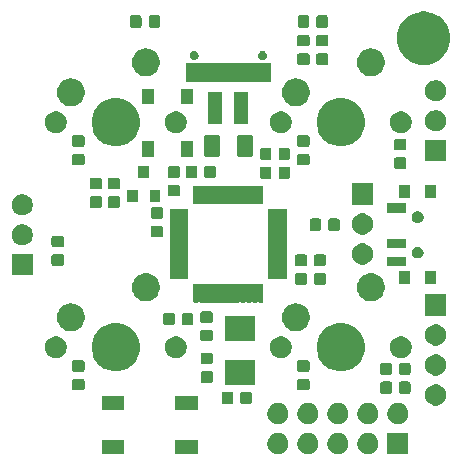
<source format=gbr>
G04 #@! TF.GenerationSoftware,KiCad,Pcbnew,(5.1.5-0-10_14)*
G04 #@! TF.CreationDate,2020-10-23T09:09:01-05:00*
G04 #@! TF.ProjectId,Generic_STM32_Keyboard,47656e65-7269-4635-9f53-544d33325f4b,rev?*
G04 #@! TF.SameCoordinates,Original*
G04 #@! TF.FileFunction,Soldermask,Bot*
G04 #@! TF.FilePolarity,Negative*
%FSLAX46Y46*%
G04 Gerber Fmt 4.6, Leading zero omitted, Abs format (unit mm)*
G04 Created by KiCad (PCBNEW (5.1.5-0-10_14)) date 2020-10-23 09:09:01*
%MOMM*%
%LPD*%
G04 APERTURE LIST*
%ADD10C,0.100000*%
G04 APERTURE END LIST*
D10*
G36*
X72401000Y-75741000D02*
G01*
X70599000Y-75741000D01*
X70599000Y-73939000D01*
X72401000Y-73939000D01*
X72401000Y-75741000D01*
G37*
G36*
X69073512Y-73943927D02*
G01*
X69222812Y-73973624D01*
X69386784Y-74041544D01*
X69534354Y-74140147D01*
X69659853Y-74265646D01*
X69758456Y-74413216D01*
X69826376Y-74577188D01*
X69861000Y-74751259D01*
X69861000Y-74928741D01*
X69826376Y-75102812D01*
X69758456Y-75266784D01*
X69659853Y-75414354D01*
X69534354Y-75539853D01*
X69386784Y-75638456D01*
X69222812Y-75706376D01*
X69073512Y-75736073D01*
X69048742Y-75741000D01*
X68871258Y-75741000D01*
X68846488Y-75736073D01*
X68697188Y-75706376D01*
X68533216Y-75638456D01*
X68385646Y-75539853D01*
X68260147Y-75414354D01*
X68161544Y-75266784D01*
X68093624Y-75102812D01*
X68059000Y-74928741D01*
X68059000Y-74751259D01*
X68093624Y-74577188D01*
X68161544Y-74413216D01*
X68260147Y-74265646D01*
X68385646Y-74140147D01*
X68533216Y-74041544D01*
X68697188Y-73973624D01*
X68846488Y-73943927D01*
X68871258Y-73939000D01*
X69048742Y-73939000D01*
X69073512Y-73943927D01*
G37*
G36*
X66533512Y-73943927D02*
G01*
X66682812Y-73973624D01*
X66846784Y-74041544D01*
X66994354Y-74140147D01*
X67119853Y-74265646D01*
X67218456Y-74413216D01*
X67286376Y-74577188D01*
X67321000Y-74751259D01*
X67321000Y-74928741D01*
X67286376Y-75102812D01*
X67218456Y-75266784D01*
X67119853Y-75414354D01*
X66994354Y-75539853D01*
X66846784Y-75638456D01*
X66682812Y-75706376D01*
X66533512Y-75736073D01*
X66508742Y-75741000D01*
X66331258Y-75741000D01*
X66306488Y-75736073D01*
X66157188Y-75706376D01*
X65993216Y-75638456D01*
X65845646Y-75539853D01*
X65720147Y-75414354D01*
X65621544Y-75266784D01*
X65553624Y-75102812D01*
X65519000Y-74928741D01*
X65519000Y-74751259D01*
X65553624Y-74577188D01*
X65621544Y-74413216D01*
X65720147Y-74265646D01*
X65845646Y-74140147D01*
X65993216Y-74041544D01*
X66157188Y-73973624D01*
X66306488Y-73943927D01*
X66331258Y-73939000D01*
X66508742Y-73939000D01*
X66533512Y-73943927D01*
G37*
G36*
X63993512Y-73943927D02*
G01*
X64142812Y-73973624D01*
X64306784Y-74041544D01*
X64454354Y-74140147D01*
X64579853Y-74265646D01*
X64678456Y-74413216D01*
X64746376Y-74577188D01*
X64781000Y-74751259D01*
X64781000Y-74928741D01*
X64746376Y-75102812D01*
X64678456Y-75266784D01*
X64579853Y-75414354D01*
X64454354Y-75539853D01*
X64306784Y-75638456D01*
X64142812Y-75706376D01*
X63993512Y-75736073D01*
X63968742Y-75741000D01*
X63791258Y-75741000D01*
X63766488Y-75736073D01*
X63617188Y-75706376D01*
X63453216Y-75638456D01*
X63305646Y-75539853D01*
X63180147Y-75414354D01*
X63081544Y-75266784D01*
X63013624Y-75102812D01*
X62979000Y-74928741D01*
X62979000Y-74751259D01*
X63013624Y-74577188D01*
X63081544Y-74413216D01*
X63180147Y-74265646D01*
X63305646Y-74140147D01*
X63453216Y-74041544D01*
X63617188Y-73973624D01*
X63766488Y-73943927D01*
X63791258Y-73939000D01*
X63968742Y-73939000D01*
X63993512Y-73943927D01*
G37*
G36*
X61453512Y-73943927D02*
G01*
X61602812Y-73973624D01*
X61766784Y-74041544D01*
X61914354Y-74140147D01*
X62039853Y-74265646D01*
X62138456Y-74413216D01*
X62206376Y-74577188D01*
X62241000Y-74751259D01*
X62241000Y-74928741D01*
X62206376Y-75102812D01*
X62138456Y-75266784D01*
X62039853Y-75414354D01*
X61914354Y-75539853D01*
X61766784Y-75638456D01*
X61602812Y-75706376D01*
X61453512Y-75736073D01*
X61428742Y-75741000D01*
X61251258Y-75741000D01*
X61226488Y-75736073D01*
X61077188Y-75706376D01*
X60913216Y-75638456D01*
X60765646Y-75539853D01*
X60640147Y-75414354D01*
X60541544Y-75266784D01*
X60473624Y-75102812D01*
X60439000Y-74928741D01*
X60439000Y-74751259D01*
X60473624Y-74577188D01*
X60541544Y-74413216D01*
X60640147Y-74265646D01*
X60765646Y-74140147D01*
X60913216Y-74041544D01*
X61077188Y-73973624D01*
X61226488Y-73943927D01*
X61251258Y-73939000D01*
X61428742Y-73939000D01*
X61453512Y-73943927D01*
G37*
G36*
X54546200Y-75704600D02*
G01*
X52644200Y-75704600D01*
X52644200Y-74502600D01*
X54546200Y-74502600D01*
X54546200Y-75704600D01*
G37*
G36*
X48346200Y-75704600D02*
G01*
X46444200Y-75704600D01*
X46444200Y-74502600D01*
X48346200Y-74502600D01*
X48346200Y-75704600D01*
G37*
G36*
X66533512Y-71403927D02*
G01*
X66682812Y-71433624D01*
X66846784Y-71501544D01*
X66994354Y-71600147D01*
X67119853Y-71725646D01*
X67218456Y-71873216D01*
X67286376Y-72037188D01*
X67321000Y-72211259D01*
X67321000Y-72388741D01*
X67286376Y-72562812D01*
X67218456Y-72726784D01*
X67119853Y-72874354D01*
X66994354Y-72999853D01*
X66846784Y-73098456D01*
X66682812Y-73166376D01*
X66533512Y-73196073D01*
X66508742Y-73201000D01*
X66331258Y-73201000D01*
X66306488Y-73196073D01*
X66157188Y-73166376D01*
X65993216Y-73098456D01*
X65845646Y-72999853D01*
X65720147Y-72874354D01*
X65621544Y-72726784D01*
X65553624Y-72562812D01*
X65519000Y-72388741D01*
X65519000Y-72211259D01*
X65553624Y-72037188D01*
X65621544Y-71873216D01*
X65720147Y-71725646D01*
X65845646Y-71600147D01*
X65993216Y-71501544D01*
X66157188Y-71433624D01*
X66306488Y-71403927D01*
X66331258Y-71399000D01*
X66508742Y-71399000D01*
X66533512Y-71403927D01*
G37*
G36*
X69073512Y-71403927D02*
G01*
X69222812Y-71433624D01*
X69386784Y-71501544D01*
X69534354Y-71600147D01*
X69659853Y-71725646D01*
X69758456Y-71873216D01*
X69826376Y-72037188D01*
X69861000Y-72211259D01*
X69861000Y-72388741D01*
X69826376Y-72562812D01*
X69758456Y-72726784D01*
X69659853Y-72874354D01*
X69534354Y-72999853D01*
X69386784Y-73098456D01*
X69222812Y-73166376D01*
X69073512Y-73196073D01*
X69048742Y-73201000D01*
X68871258Y-73201000D01*
X68846488Y-73196073D01*
X68697188Y-73166376D01*
X68533216Y-73098456D01*
X68385646Y-72999853D01*
X68260147Y-72874354D01*
X68161544Y-72726784D01*
X68093624Y-72562812D01*
X68059000Y-72388741D01*
X68059000Y-72211259D01*
X68093624Y-72037188D01*
X68161544Y-71873216D01*
X68260147Y-71725646D01*
X68385646Y-71600147D01*
X68533216Y-71501544D01*
X68697188Y-71433624D01*
X68846488Y-71403927D01*
X68871258Y-71399000D01*
X69048742Y-71399000D01*
X69073512Y-71403927D01*
G37*
G36*
X71613512Y-71403927D02*
G01*
X71762812Y-71433624D01*
X71926784Y-71501544D01*
X72074354Y-71600147D01*
X72199853Y-71725646D01*
X72298456Y-71873216D01*
X72366376Y-72037188D01*
X72401000Y-72211259D01*
X72401000Y-72388741D01*
X72366376Y-72562812D01*
X72298456Y-72726784D01*
X72199853Y-72874354D01*
X72074354Y-72999853D01*
X71926784Y-73098456D01*
X71762812Y-73166376D01*
X71613512Y-73196073D01*
X71588742Y-73201000D01*
X71411258Y-73201000D01*
X71386488Y-73196073D01*
X71237188Y-73166376D01*
X71073216Y-73098456D01*
X70925646Y-72999853D01*
X70800147Y-72874354D01*
X70701544Y-72726784D01*
X70633624Y-72562812D01*
X70599000Y-72388741D01*
X70599000Y-72211259D01*
X70633624Y-72037188D01*
X70701544Y-71873216D01*
X70800147Y-71725646D01*
X70925646Y-71600147D01*
X71073216Y-71501544D01*
X71237188Y-71433624D01*
X71386488Y-71403927D01*
X71411258Y-71399000D01*
X71588742Y-71399000D01*
X71613512Y-71403927D01*
G37*
G36*
X63993512Y-71403927D02*
G01*
X64142812Y-71433624D01*
X64306784Y-71501544D01*
X64454354Y-71600147D01*
X64579853Y-71725646D01*
X64678456Y-71873216D01*
X64746376Y-72037188D01*
X64781000Y-72211259D01*
X64781000Y-72388741D01*
X64746376Y-72562812D01*
X64678456Y-72726784D01*
X64579853Y-72874354D01*
X64454354Y-72999853D01*
X64306784Y-73098456D01*
X64142812Y-73166376D01*
X63993512Y-73196073D01*
X63968742Y-73201000D01*
X63791258Y-73201000D01*
X63766488Y-73196073D01*
X63617188Y-73166376D01*
X63453216Y-73098456D01*
X63305646Y-72999853D01*
X63180147Y-72874354D01*
X63081544Y-72726784D01*
X63013624Y-72562812D01*
X62979000Y-72388741D01*
X62979000Y-72211259D01*
X63013624Y-72037188D01*
X63081544Y-71873216D01*
X63180147Y-71725646D01*
X63305646Y-71600147D01*
X63453216Y-71501544D01*
X63617188Y-71433624D01*
X63766488Y-71403927D01*
X63791258Y-71399000D01*
X63968742Y-71399000D01*
X63993512Y-71403927D01*
G37*
G36*
X61453512Y-71403927D02*
G01*
X61602812Y-71433624D01*
X61766784Y-71501544D01*
X61914354Y-71600147D01*
X62039853Y-71725646D01*
X62138456Y-71873216D01*
X62206376Y-72037188D01*
X62241000Y-72211259D01*
X62241000Y-72388741D01*
X62206376Y-72562812D01*
X62138456Y-72726784D01*
X62039853Y-72874354D01*
X61914354Y-72999853D01*
X61766784Y-73098456D01*
X61602812Y-73166376D01*
X61453512Y-73196073D01*
X61428742Y-73201000D01*
X61251258Y-73201000D01*
X61226488Y-73196073D01*
X61077188Y-73166376D01*
X60913216Y-73098456D01*
X60765646Y-72999853D01*
X60640147Y-72874354D01*
X60541544Y-72726784D01*
X60473624Y-72562812D01*
X60439000Y-72388741D01*
X60439000Y-72211259D01*
X60473624Y-72037188D01*
X60541544Y-71873216D01*
X60640147Y-71725646D01*
X60765646Y-71600147D01*
X60913216Y-71501544D01*
X61077188Y-71433624D01*
X61226488Y-71403927D01*
X61251258Y-71399000D01*
X61428742Y-71399000D01*
X61453512Y-71403927D01*
G37*
G36*
X48346200Y-72004600D02*
G01*
X46444200Y-72004600D01*
X46444200Y-70802600D01*
X48346200Y-70802600D01*
X48346200Y-72004600D01*
G37*
G36*
X54546200Y-72004600D02*
G01*
X52644200Y-72004600D01*
X52644200Y-70802600D01*
X54546200Y-70802600D01*
X54546200Y-72004600D01*
G37*
G36*
X74813512Y-69823927D02*
G01*
X74962812Y-69853624D01*
X75126784Y-69921544D01*
X75274354Y-70020147D01*
X75399853Y-70145646D01*
X75498456Y-70293216D01*
X75566376Y-70457188D01*
X75585724Y-70554461D01*
X75599142Y-70621915D01*
X75601000Y-70631259D01*
X75601000Y-70808741D01*
X75566376Y-70982812D01*
X75498456Y-71146784D01*
X75399853Y-71294354D01*
X75274354Y-71419853D01*
X75126784Y-71518456D01*
X74962812Y-71586376D01*
X74813512Y-71616073D01*
X74788742Y-71621000D01*
X74611258Y-71621000D01*
X74586488Y-71616073D01*
X74437188Y-71586376D01*
X74273216Y-71518456D01*
X74125646Y-71419853D01*
X74000147Y-71294354D01*
X73901544Y-71146784D01*
X73833624Y-70982812D01*
X73799000Y-70808741D01*
X73799000Y-70631259D01*
X73800859Y-70621915D01*
X73814276Y-70554461D01*
X73833624Y-70457188D01*
X73901544Y-70293216D01*
X74000147Y-70145646D01*
X74125646Y-70020147D01*
X74273216Y-69921544D01*
X74437188Y-69853624D01*
X74586488Y-69823927D01*
X74611258Y-69819000D01*
X74788742Y-69819000D01*
X74813512Y-69823927D01*
G37*
G36*
X58990791Y-70445685D02*
G01*
X59024769Y-70455993D01*
X59056090Y-70472734D01*
X59083539Y-70495261D01*
X59106066Y-70522710D01*
X59122807Y-70554031D01*
X59133115Y-70588009D01*
X59137200Y-70629490D01*
X59137200Y-71305710D01*
X59133115Y-71347191D01*
X59122807Y-71381169D01*
X59106066Y-71412490D01*
X59083539Y-71439939D01*
X59056090Y-71462466D01*
X59024769Y-71479207D01*
X58990791Y-71489515D01*
X58949310Y-71493600D01*
X58348090Y-71493600D01*
X58306609Y-71489515D01*
X58272631Y-71479207D01*
X58241310Y-71462466D01*
X58213861Y-71439939D01*
X58191334Y-71412490D01*
X58174593Y-71381169D01*
X58164285Y-71347191D01*
X58160200Y-71305710D01*
X58160200Y-70629490D01*
X58164285Y-70588009D01*
X58174593Y-70554031D01*
X58191334Y-70522710D01*
X58213861Y-70495261D01*
X58241310Y-70472734D01*
X58272631Y-70455993D01*
X58306609Y-70445685D01*
X58348090Y-70441600D01*
X58949310Y-70441600D01*
X58990791Y-70445685D01*
G37*
G36*
X57415791Y-70445685D02*
G01*
X57449769Y-70455993D01*
X57481090Y-70472734D01*
X57508539Y-70495261D01*
X57531066Y-70522710D01*
X57547807Y-70554031D01*
X57558115Y-70588009D01*
X57562200Y-70629490D01*
X57562200Y-71305710D01*
X57558115Y-71347191D01*
X57547807Y-71381169D01*
X57531066Y-71412490D01*
X57508539Y-71439939D01*
X57481090Y-71462466D01*
X57449769Y-71479207D01*
X57415791Y-71489515D01*
X57374310Y-71493600D01*
X56773090Y-71493600D01*
X56731609Y-71489515D01*
X56697631Y-71479207D01*
X56666310Y-71462466D01*
X56638861Y-71439939D01*
X56616334Y-71412490D01*
X56599593Y-71381169D01*
X56589285Y-71347191D01*
X56585200Y-71305710D01*
X56585200Y-70629490D01*
X56589285Y-70588009D01*
X56599593Y-70554031D01*
X56616334Y-70522710D01*
X56638861Y-70495261D01*
X56666310Y-70472734D01*
X56697631Y-70455993D01*
X56731609Y-70445685D01*
X56773090Y-70441600D01*
X57374310Y-70441600D01*
X57415791Y-70445685D01*
G37*
G36*
X72429591Y-69578085D02*
G01*
X72463569Y-69588393D01*
X72494890Y-69605134D01*
X72522339Y-69627661D01*
X72544866Y-69655110D01*
X72561607Y-69686431D01*
X72571915Y-69720409D01*
X72576000Y-69761890D01*
X72576000Y-70438110D01*
X72571915Y-70479591D01*
X72561607Y-70513569D01*
X72544866Y-70544890D01*
X72522339Y-70572339D01*
X72494890Y-70594866D01*
X72463569Y-70611607D01*
X72429591Y-70621915D01*
X72388110Y-70626000D01*
X71786890Y-70626000D01*
X71745409Y-70621915D01*
X71711431Y-70611607D01*
X71680110Y-70594866D01*
X71652661Y-70572339D01*
X71630134Y-70544890D01*
X71613393Y-70513569D01*
X71603085Y-70479591D01*
X71599000Y-70438110D01*
X71599000Y-69761890D01*
X71603085Y-69720409D01*
X71613393Y-69686431D01*
X71630134Y-69655110D01*
X71652661Y-69627661D01*
X71680110Y-69605134D01*
X71711431Y-69588393D01*
X71745409Y-69578085D01*
X71786890Y-69574000D01*
X72388110Y-69574000D01*
X72429591Y-69578085D01*
G37*
G36*
X70854591Y-69578085D02*
G01*
X70888569Y-69588393D01*
X70919890Y-69605134D01*
X70947339Y-69627661D01*
X70969866Y-69655110D01*
X70986607Y-69686431D01*
X70996915Y-69720409D01*
X71001000Y-69761890D01*
X71001000Y-70438110D01*
X70996915Y-70479591D01*
X70986607Y-70513569D01*
X70969866Y-70544890D01*
X70947339Y-70572339D01*
X70919890Y-70594866D01*
X70888569Y-70611607D01*
X70854591Y-70621915D01*
X70813110Y-70626000D01*
X70211890Y-70626000D01*
X70170409Y-70621915D01*
X70136431Y-70611607D01*
X70105110Y-70594866D01*
X70077661Y-70572339D01*
X70055134Y-70544890D01*
X70038393Y-70513569D01*
X70028085Y-70479591D01*
X70024000Y-70438110D01*
X70024000Y-69761890D01*
X70028085Y-69720409D01*
X70038393Y-69686431D01*
X70055134Y-69655110D01*
X70077661Y-69627661D01*
X70105110Y-69605134D01*
X70136431Y-69588393D01*
X70170409Y-69578085D01*
X70211890Y-69574000D01*
X70813110Y-69574000D01*
X70854591Y-69578085D01*
G37*
G36*
X44829591Y-69359335D02*
G01*
X44863569Y-69369643D01*
X44894890Y-69386384D01*
X44922339Y-69408911D01*
X44944866Y-69436360D01*
X44961607Y-69467681D01*
X44971915Y-69501659D01*
X44976000Y-69543140D01*
X44976000Y-70144360D01*
X44971915Y-70185841D01*
X44961607Y-70219819D01*
X44944866Y-70251140D01*
X44922339Y-70278589D01*
X44894890Y-70301116D01*
X44863569Y-70317857D01*
X44829591Y-70328165D01*
X44788110Y-70332250D01*
X44111890Y-70332250D01*
X44070409Y-70328165D01*
X44036431Y-70317857D01*
X44005110Y-70301116D01*
X43977661Y-70278589D01*
X43955134Y-70251140D01*
X43938393Y-70219819D01*
X43928085Y-70185841D01*
X43924000Y-70144360D01*
X43924000Y-69543140D01*
X43928085Y-69501659D01*
X43938393Y-69467681D01*
X43955134Y-69436360D01*
X43977661Y-69408911D01*
X44005110Y-69386384D01*
X44036431Y-69369643D01*
X44070409Y-69359335D01*
X44111890Y-69355250D01*
X44788110Y-69355250D01*
X44829591Y-69359335D01*
G37*
G36*
X63879591Y-69359335D02*
G01*
X63913569Y-69369643D01*
X63944890Y-69386384D01*
X63972339Y-69408911D01*
X63994866Y-69436360D01*
X64011607Y-69467681D01*
X64021915Y-69501659D01*
X64026000Y-69543140D01*
X64026000Y-70144360D01*
X64021915Y-70185841D01*
X64011607Y-70219819D01*
X63994866Y-70251140D01*
X63972339Y-70278589D01*
X63944890Y-70301116D01*
X63913569Y-70317857D01*
X63879591Y-70328165D01*
X63838110Y-70332250D01*
X63161890Y-70332250D01*
X63120409Y-70328165D01*
X63086431Y-70317857D01*
X63055110Y-70301116D01*
X63027661Y-70278589D01*
X63005134Y-70251140D01*
X62988393Y-70219819D01*
X62978085Y-70185841D01*
X62974000Y-70144360D01*
X62974000Y-69543140D01*
X62978085Y-69501659D01*
X62988393Y-69467681D01*
X63005134Y-69436360D01*
X63027661Y-69408911D01*
X63055110Y-69386384D01*
X63086431Y-69369643D01*
X63120409Y-69359335D01*
X63161890Y-69355250D01*
X63838110Y-69355250D01*
X63879591Y-69359335D01*
G37*
G36*
X59366200Y-69855400D02*
G01*
X56864200Y-69855400D01*
X56864200Y-67753400D01*
X59366200Y-67753400D01*
X59366200Y-69855400D01*
G37*
G36*
X55700791Y-68705185D02*
G01*
X55734769Y-68715493D01*
X55766090Y-68732234D01*
X55793539Y-68754761D01*
X55816066Y-68782210D01*
X55832807Y-68813531D01*
X55843115Y-68847509D01*
X55847200Y-68888990D01*
X55847200Y-69490210D01*
X55843115Y-69531691D01*
X55832807Y-69565669D01*
X55816066Y-69596990D01*
X55793539Y-69624439D01*
X55766090Y-69646966D01*
X55734769Y-69663707D01*
X55700791Y-69674015D01*
X55659310Y-69678100D01*
X54983090Y-69678100D01*
X54941609Y-69674015D01*
X54907631Y-69663707D01*
X54876310Y-69646966D01*
X54848861Y-69624439D01*
X54826334Y-69596990D01*
X54809593Y-69565669D01*
X54799285Y-69531691D01*
X54795200Y-69490210D01*
X54795200Y-68888990D01*
X54799285Y-68847509D01*
X54809593Y-68813531D01*
X54826334Y-68782210D01*
X54848861Y-68754761D01*
X54876310Y-68732234D01*
X54907631Y-68715493D01*
X54941609Y-68705185D01*
X54983090Y-68701100D01*
X55659310Y-68701100D01*
X55700791Y-68705185D01*
G37*
G36*
X74813512Y-67283927D02*
G01*
X74962812Y-67313624D01*
X75126784Y-67381544D01*
X75274354Y-67480147D01*
X75399853Y-67605646D01*
X75498456Y-67753216D01*
X75566376Y-67917188D01*
X75591906Y-68045539D01*
X75600493Y-68088707D01*
X75601000Y-68091259D01*
X75601000Y-68268741D01*
X75566376Y-68442812D01*
X75498456Y-68606784D01*
X75399853Y-68754354D01*
X75274354Y-68879853D01*
X75126784Y-68978456D01*
X74962812Y-69046376D01*
X74813512Y-69076073D01*
X74788742Y-69081000D01*
X74611258Y-69081000D01*
X74586488Y-69076073D01*
X74437188Y-69046376D01*
X74273216Y-68978456D01*
X74125646Y-68879853D01*
X74000147Y-68754354D01*
X73901544Y-68606784D01*
X73833624Y-68442812D01*
X73799000Y-68268741D01*
X73799000Y-68091259D01*
X73799508Y-68088707D01*
X73808094Y-68045539D01*
X73833624Y-67917188D01*
X73901544Y-67753216D01*
X74000147Y-67605646D01*
X74125646Y-67480147D01*
X74273216Y-67381544D01*
X74437188Y-67313624D01*
X74586488Y-67283927D01*
X74611258Y-67279000D01*
X74788742Y-67279000D01*
X74813512Y-67283927D01*
G37*
G36*
X70854591Y-67978085D02*
G01*
X70888569Y-67988393D01*
X70919890Y-68005134D01*
X70947339Y-68027661D01*
X70969866Y-68055110D01*
X70986607Y-68086431D01*
X70996915Y-68120409D01*
X71001000Y-68161890D01*
X71001000Y-68838110D01*
X70996915Y-68879591D01*
X70986607Y-68913569D01*
X70969866Y-68944890D01*
X70947339Y-68972339D01*
X70919890Y-68994866D01*
X70888569Y-69011607D01*
X70854591Y-69021915D01*
X70813110Y-69026000D01*
X70211890Y-69026000D01*
X70170409Y-69021915D01*
X70136431Y-69011607D01*
X70105110Y-68994866D01*
X70077661Y-68972339D01*
X70055134Y-68944890D01*
X70038393Y-68913569D01*
X70028085Y-68879591D01*
X70024000Y-68838110D01*
X70024000Y-68161890D01*
X70028085Y-68120409D01*
X70038393Y-68086431D01*
X70055134Y-68055110D01*
X70077661Y-68027661D01*
X70105110Y-68005134D01*
X70136431Y-67988393D01*
X70170409Y-67978085D01*
X70211890Y-67974000D01*
X70813110Y-67974000D01*
X70854591Y-67978085D01*
G37*
G36*
X72429591Y-67978085D02*
G01*
X72463569Y-67988393D01*
X72494890Y-68005134D01*
X72522339Y-68027661D01*
X72544866Y-68055110D01*
X72561607Y-68086431D01*
X72571915Y-68120409D01*
X72576000Y-68161890D01*
X72576000Y-68838110D01*
X72571915Y-68879591D01*
X72561607Y-68913569D01*
X72544866Y-68944890D01*
X72522339Y-68972339D01*
X72494890Y-68994866D01*
X72463569Y-69011607D01*
X72429591Y-69021915D01*
X72388110Y-69026000D01*
X71786890Y-69026000D01*
X71745409Y-69021915D01*
X71711431Y-69011607D01*
X71680110Y-68994866D01*
X71652661Y-68972339D01*
X71630134Y-68944890D01*
X71613393Y-68913569D01*
X71603085Y-68879591D01*
X71599000Y-68838110D01*
X71599000Y-68161890D01*
X71603085Y-68120409D01*
X71613393Y-68086431D01*
X71630134Y-68055110D01*
X71652661Y-68027661D01*
X71680110Y-68005134D01*
X71711431Y-67988393D01*
X71745409Y-67978085D01*
X71786890Y-67974000D01*
X72388110Y-67974000D01*
X72429591Y-67978085D01*
G37*
G36*
X44829591Y-67784335D02*
G01*
X44863569Y-67794643D01*
X44894890Y-67811384D01*
X44922339Y-67833911D01*
X44944866Y-67861360D01*
X44961607Y-67892681D01*
X44971915Y-67926659D01*
X44976000Y-67968140D01*
X44976000Y-68569360D01*
X44971915Y-68610841D01*
X44961607Y-68644819D01*
X44944866Y-68676140D01*
X44922339Y-68703589D01*
X44894890Y-68726116D01*
X44863569Y-68742857D01*
X44829591Y-68753165D01*
X44788110Y-68757250D01*
X44111890Y-68757250D01*
X44070409Y-68753165D01*
X44036431Y-68742857D01*
X44005110Y-68726116D01*
X43977661Y-68703589D01*
X43955134Y-68676140D01*
X43938393Y-68644819D01*
X43928085Y-68610841D01*
X43924000Y-68569360D01*
X43924000Y-67968140D01*
X43928085Y-67926659D01*
X43938393Y-67892681D01*
X43955134Y-67861360D01*
X43977661Y-67833911D01*
X44005110Y-67811384D01*
X44036431Y-67794643D01*
X44070409Y-67784335D01*
X44111890Y-67780250D01*
X44788110Y-67780250D01*
X44829591Y-67784335D01*
G37*
G36*
X63879591Y-67784335D02*
G01*
X63913569Y-67794643D01*
X63944890Y-67811384D01*
X63972339Y-67833911D01*
X63994866Y-67861360D01*
X64011607Y-67892681D01*
X64021915Y-67926659D01*
X64026000Y-67968140D01*
X64026000Y-68569360D01*
X64021915Y-68610841D01*
X64011607Y-68644819D01*
X63994866Y-68676140D01*
X63972339Y-68703589D01*
X63944890Y-68726116D01*
X63913569Y-68742857D01*
X63879591Y-68753165D01*
X63838110Y-68757250D01*
X63161890Y-68757250D01*
X63120409Y-68753165D01*
X63086431Y-68742857D01*
X63055110Y-68726116D01*
X63027661Y-68703589D01*
X63005134Y-68676140D01*
X62988393Y-68644819D01*
X62978085Y-68610841D01*
X62974000Y-68569360D01*
X62974000Y-67968140D01*
X62978085Y-67926659D01*
X62988393Y-67892681D01*
X63005134Y-67861360D01*
X63027661Y-67833911D01*
X63055110Y-67811384D01*
X63086431Y-67794643D01*
X63120409Y-67784335D01*
X63161890Y-67780250D01*
X63838110Y-67780250D01*
X63879591Y-67784335D01*
G37*
G36*
X48221474Y-64708684D02*
G01*
X48378255Y-64773625D01*
X48593623Y-64862833D01*
X48928548Y-65086623D01*
X49213377Y-65371452D01*
X49437167Y-65706377D01*
X49469562Y-65784586D01*
X49591316Y-66078526D01*
X49669900Y-66473594D01*
X49669900Y-66876406D01*
X49591316Y-67271474D01*
X49540451Y-67394272D01*
X49437167Y-67643623D01*
X49213377Y-67978548D01*
X48928548Y-68263377D01*
X48593623Y-68487167D01*
X48531256Y-68513000D01*
X48221474Y-68641316D01*
X47826406Y-68719900D01*
X47423594Y-68719900D01*
X47028526Y-68641316D01*
X46718744Y-68513000D01*
X46656377Y-68487167D01*
X46321452Y-68263377D01*
X46036623Y-67978548D01*
X45812833Y-67643623D01*
X45709549Y-67394272D01*
X45658684Y-67271474D01*
X45580100Y-66876406D01*
X45580100Y-66473594D01*
X45658684Y-66078526D01*
X45780438Y-65784586D01*
X45812833Y-65706377D01*
X46036623Y-65371452D01*
X46321452Y-65086623D01*
X46656377Y-64862833D01*
X46871745Y-64773625D01*
X47028526Y-64708684D01*
X47423594Y-64630100D01*
X47826406Y-64630100D01*
X48221474Y-64708684D01*
G37*
G36*
X67271474Y-64708684D02*
G01*
X67428255Y-64773625D01*
X67643623Y-64862833D01*
X67978548Y-65086623D01*
X68263377Y-65371452D01*
X68487167Y-65706377D01*
X68519562Y-65784586D01*
X68641316Y-66078526D01*
X68719900Y-66473594D01*
X68719900Y-66876406D01*
X68641316Y-67271474D01*
X68590451Y-67394272D01*
X68487167Y-67643623D01*
X68263377Y-67978548D01*
X67978548Y-68263377D01*
X67643623Y-68487167D01*
X67581256Y-68513000D01*
X67271474Y-68641316D01*
X66876406Y-68719900D01*
X66473594Y-68719900D01*
X66078526Y-68641316D01*
X65768744Y-68513000D01*
X65706377Y-68487167D01*
X65371452Y-68263377D01*
X65086623Y-67978548D01*
X64862833Y-67643623D01*
X64759549Y-67394272D01*
X64708684Y-67271474D01*
X64630100Y-66876406D01*
X64630100Y-66473594D01*
X64708684Y-66078526D01*
X64830438Y-65784586D01*
X64862833Y-65706377D01*
X65086623Y-65371452D01*
X65371452Y-65086623D01*
X65706377Y-64862833D01*
X65921745Y-64773625D01*
X66078526Y-64708684D01*
X66473594Y-64630100D01*
X66876406Y-64630100D01*
X67271474Y-64708684D01*
G37*
G36*
X55700791Y-67130185D02*
G01*
X55734769Y-67140493D01*
X55766090Y-67157234D01*
X55793539Y-67179761D01*
X55816066Y-67207210D01*
X55832807Y-67238531D01*
X55843115Y-67272509D01*
X55847200Y-67313990D01*
X55847200Y-67915210D01*
X55843115Y-67956691D01*
X55832807Y-67990669D01*
X55816066Y-68021990D01*
X55793539Y-68049439D01*
X55766090Y-68071966D01*
X55734769Y-68088707D01*
X55700791Y-68099015D01*
X55659310Y-68103100D01*
X54983090Y-68103100D01*
X54941609Y-68099015D01*
X54907631Y-68088707D01*
X54876310Y-68071966D01*
X54848861Y-68049439D01*
X54826334Y-68021990D01*
X54809593Y-67990669D01*
X54799285Y-67956691D01*
X54795200Y-67915210D01*
X54795200Y-67313990D01*
X54799285Y-67272509D01*
X54809593Y-67238531D01*
X54826334Y-67207210D01*
X54848861Y-67179761D01*
X54876310Y-67157234D01*
X54907631Y-67140493D01*
X54941609Y-67130185D01*
X54983090Y-67126100D01*
X55659310Y-67126100D01*
X55700791Y-67130185D01*
G37*
G36*
X52975104Y-65784585D02*
G01*
X53143626Y-65854389D01*
X53295291Y-65955728D01*
X53424272Y-66084709D01*
X53525611Y-66236374D01*
X53595415Y-66404896D01*
X53631000Y-66583797D01*
X53631000Y-66766203D01*
X53595415Y-66945104D01*
X53525611Y-67113626D01*
X53424272Y-67265291D01*
X53295291Y-67394272D01*
X53143626Y-67495611D01*
X52975104Y-67565415D01*
X52796203Y-67601000D01*
X52613797Y-67601000D01*
X52434896Y-67565415D01*
X52266374Y-67495611D01*
X52114709Y-67394272D01*
X51985728Y-67265291D01*
X51884389Y-67113626D01*
X51814585Y-66945104D01*
X51779000Y-66766203D01*
X51779000Y-66583797D01*
X51814585Y-66404896D01*
X51884389Y-66236374D01*
X51985728Y-66084709D01*
X52114709Y-65955728D01*
X52266374Y-65854389D01*
X52434896Y-65784585D01*
X52613797Y-65749000D01*
X52796203Y-65749000D01*
X52975104Y-65784585D01*
G37*
G36*
X42815104Y-65784585D02*
G01*
X42983626Y-65854389D01*
X43135291Y-65955728D01*
X43264272Y-66084709D01*
X43365611Y-66236374D01*
X43435415Y-66404896D01*
X43471000Y-66583797D01*
X43471000Y-66766203D01*
X43435415Y-66945104D01*
X43365611Y-67113626D01*
X43264272Y-67265291D01*
X43135291Y-67394272D01*
X42983626Y-67495611D01*
X42815104Y-67565415D01*
X42636203Y-67601000D01*
X42453797Y-67601000D01*
X42274896Y-67565415D01*
X42106374Y-67495611D01*
X41954709Y-67394272D01*
X41825728Y-67265291D01*
X41724389Y-67113626D01*
X41654585Y-66945104D01*
X41619000Y-66766203D01*
X41619000Y-66583797D01*
X41654585Y-66404896D01*
X41724389Y-66236374D01*
X41825728Y-66084709D01*
X41954709Y-65955728D01*
X42106374Y-65854389D01*
X42274896Y-65784585D01*
X42453797Y-65749000D01*
X42636203Y-65749000D01*
X42815104Y-65784585D01*
G37*
G36*
X72025104Y-65784585D02*
G01*
X72193626Y-65854389D01*
X72345291Y-65955728D01*
X72474272Y-66084709D01*
X72575611Y-66236374D01*
X72645415Y-66404896D01*
X72681000Y-66583797D01*
X72681000Y-66766203D01*
X72645415Y-66945104D01*
X72575611Y-67113626D01*
X72474272Y-67265291D01*
X72345291Y-67394272D01*
X72193626Y-67495611D01*
X72025104Y-67565415D01*
X71846203Y-67601000D01*
X71663797Y-67601000D01*
X71484896Y-67565415D01*
X71316374Y-67495611D01*
X71164709Y-67394272D01*
X71035728Y-67265291D01*
X70934389Y-67113626D01*
X70864585Y-66945104D01*
X70829000Y-66766203D01*
X70829000Y-66583797D01*
X70864585Y-66404896D01*
X70934389Y-66236374D01*
X71035728Y-66084709D01*
X71164709Y-65955728D01*
X71316374Y-65854389D01*
X71484896Y-65784585D01*
X71663797Y-65749000D01*
X71846203Y-65749000D01*
X72025104Y-65784585D01*
G37*
G36*
X61865104Y-65784585D02*
G01*
X62033626Y-65854389D01*
X62185291Y-65955728D01*
X62314272Y-66084709D01*
X62415611Y-66236374D01*
X62485415Y-66404896D01*
X62521000Y-66583797D01*
X62521000Y-66766203D01*
X62485415Y-66945104D01*
X62415611Y-67113626D01*
X62314272Y-67265291D01*
X62185291Y-67394272D01*
X62033626Y-67495611D01*
X61865104Y-67565415D01*
X61686203Y-67601000D01*
X61503797Y-67601000D01*
X61324896Y-67565415D01*
X61156374Y-67495611D01*
X61004709Y-67394272D01*
X60875728Y-67265291D01*
X60774389Y-67113626D01*
X60704585Y-66945104D01*
X60669000Y-66766203D01*
X60669000Y-66583797D01*
X60704585Y-66404896D01*
X60774389Y-66236374D01*
X60875728Y-66084709D01*
X61004709Y-65955728D01*
X61156374Y-65854389D01*
X61324896Y-65784585D01*
X61503797Y-65749000D01*
X61686203Y-65749000D01*
X61865104Y-65784585D01*
G37*
G36*
X74813512Y-64743927D02*
G01*
X74962812Y-64773624D01*
X75126784Y-64841544D01*
X75274354Y-64940147D01*
X75399853Y-65065646D01*
X75498456Y-65213216D01*
X75566376Y-65377188D01*
X75601000Y-65551259D01*
X75601000Y-65728741D01*
X75566376Y-65902812D01*
X75498456Y-66066784D01*
X75399853Y-66214354D01*
X75274354Y-66339853D01*
X75126784Y-66438456D01*
X74962812Y-66506376D01*
X74813512Y-66536073D01*
X74788742Y-66541000D01*
X74611258Y-66541000D01*
X74586488Y-66536073D01*
X74437188Y-66506376D01*
X74273216Y-66438456D01*
X74125646Y-66339853D01*
X74000147Y-66214354D01*
X73901544Y-66066784D01*
X73833624Y-65902812D01*
X73799000Y-65728741D01*
X73799000Y-65551259D01*
X73833624Y-65377188D01*
X73901544Y-65213216D01*
X74000147Y-65065646D01*
X74125646Y-64940147D01*
X74273216Y-64841544D01*
X74437188Y-64773624D01*
X74586488Y-64743927D01*
X74611258Y-64739000D01*
X74788742Y-64739000D01*
X74813512Y-64743927D01*
G37*
G36*
X55679591Y-65203085D02*
G01*
X55713569Y-65213393D01*
X55744890Y-65230134D01*
X55772339Y-65252661D01*
X55794866Y-65280110D01*
X55811607Y-65311431D01*
X55821915Y-65345409D01*
X55826000Y-65386890D01*
X55826000Y-65988110D01*
X55821915Y-66029591D01*
X55811607Y-66063569D01*
X55794866Y-66094890D01*
X55772339Y-66122339D01*
X55744890Y-66144866D01*
X55713569Y-66161607D01*
X55679591Y-66171915D01*
X55638110Y-66176000D01*
X54961890Y-66176000D01*
X54920409Y-66171915D01*
X54886431Y-66161607D01*
X54855110Y-66144866D01*
X54827661Y-66122339D01*
X54805134Y-66094890D01*
X54788393Y-66063569D01*
X54778085Y-66029591D01*
X54774000Y-65988110D01*
X54774000Y-65386890D01*
X54778085Y-65345409D01*
X54788393Y-65311431D01*
X54805134Y-65280110D01*
X54827661Y-65252661D01*
X54855110Y-65230134D01*
X54886431Y-65213393D01*
X54920409Y-65203085D01*
X54961890Y-65199000D01*
X55638110Y-65199000D01*
X55679591Y-65203085D01*
G37*
G36*
X59366200Y-66155400D02*
G01*
X56864200Y-66155400D01*
X56864200Y-64053400D01*
X59366200Y-64053400D01*
X59366200Y-66155400D01*
G37*
G36*
X63056560Y-62974064D02*
G01*
X63208027Y-63004193D01*
X63422045Y-63092842D01*
X63422046Y-63092843D01*
X63614654Y-63221539D01*
X63778461Y-63385346D01*
X63864258Y-63513751D01*
X63907158Y-63577955D01*
X63995807Y-63791973D01*
X64041000Y-64019174D01*
X64041000Y-64250826D01*
X63995807Y-64478027D01*
X63907158Y-64692045D01*
X63871848Y-64744890D01*
X63778461Y-64884654D01*
X63614654Y-65048461D01*
X63557540Y-65086623D01*
X63422045Y-65177158D01*
X63208027Y-65265807D01*
X63056560Y-65295936D01*
X62980827Y-65311000D01*
X62749173Y-65311000D01*
X62673440Y-65295936D01*
X62521973Y-65265807D01*
X62307955Y-65177158D01*
X62172460Y-65086623D01*
X62115346Y-65048461D01*
X61951539Y-64884654D01*
X61858152Y-64744890D01*
X61822842Y-64692045D01*
X61734193Y-64478027D01*
X61689000Y-64250826D01*
X61689000Y-64019174D01*
X61734193Y-63791973D01*
X61822842Y-63577955D01*
X61865742Y-63513751D01*
X61951539Y-63385346D01*
X62115346Y-63221539D01*
X62307954Y-63092843D01*
X62307955Y-63092842D01*
X62521973Y-63004193D01*
X62673440Y-62974064D01*
X62749173Y-62959000D01*
X62980827Y-62959000D01*
X63056560Y-62974064D01*
G37*
G36*
X44006560Y-62974064D02*
G01*
X44158027Y-63004193D01*
X44372045Y-63092842D01*
X44372046Y-63092843D01*
X44564654Y-63221539D01*
X44728461Y-63385346D01*
X44814258Y-63513751D01*
X44857158Y-63577955D01*
X44945807Y-63791973D01*
X44991000Y-64019174D01*
X44991000Y-64250826D01*
X44945807Y-64478027D01*
X44857158Y-64692045D01*
X44821848Y-64744890D01*
X44728461Y-64884654D01*
X44564654Y-65048461D01*
X44507540Y-65086623D01*
X44372045Y-65177158D01*
X44158027Y-65265807D01*
X44006560Y-65295936D01*
X43930827Y-65311000D01*
X43699173Y-65311000D01*
X43623440Y-65295936D01*
X43471973Y-65265807D01*
X43257955Y-65177158D01*
X43122460Y-65086623D01*
X43065346Y-65048461D01*
X42901539Y-64884654D01*
X42808152Y-64744890D01*
X42772842Y-64692045D01*
X42684193Y-64478027D01*
X42639000Y-64250826D01*
X42639000Y-64019174D01*
X42684193Y-63791973D01*
X42772842Y-63577955D01*
X42815742Y-63513751D01*
X42901539Y-63385346D01*
X43065346Y-63221539D01*
X43257954Y-63092843D01*
X43257955Y-63092842D01*
X43471973Y-63004193D01*
X43623440Y-62974064D01*
X43699173Y-62959000D01*
X43930827Y-62959000D01*
X44006560Y-62974064D01*
G37*
G36*
X54042091Y-63778085D02*
G01*
X54076069Y-63788393D01*
X54107390Y-63805134D01*
X54134839Y-63827661D01*
X54157366Y-63855110D01*
X54174107Y-63886431D01*
X54184415Y-63920409D01*
X54188500Y-63961890D01*
X54188500Y-64638110D01*
X54184415Y-64679591D01*
X54174107Y-64713569D01*
X54157366Y-64744890D01*
X54134839Y-64772339D01*
X54107390Y-64794866D01*
X54076069Y-64811607D01*
X54042091Y-64821915D01*
X54000610Y-64826000D01*
X53399390Y-64826000D01*
X53357909Y-64821915D01*
X53323931Y-64811607D01*
X53292610Y-64794866D01*
X53265161Y-64772339D01*
X53242634Y-64744890D01*
X53225893Y-64713569D01*
X53215585Y-64679591D01*
X53211500Y-64638110D01*
X53211500Y-63961890D01*
X53215585Y-63920409D01*
X53225893Y-63886431D01*
X53242634Y-63855110D01*
X53265161Y-63827661D01*
X53292610Y-63805134D01*
X53323931Y-63788393D01*
X53357909Y-63778085D01*
X53399390Y-63774000D01*
X54000610Y-63774000D01*
X54042091Y-63778085D01*
G37*
G36*
X52467091Y-63778085D02*
G01*
X52501069Y-63788393D01*
X52532390Y-63805134D01*
X52559839Y-63827661D01*
X52582366Y-63855110D01*
X52599107Y-63886431D01*
X52609415Y-63920409D01*
X52613500Y-63961890D01*
X52613500Y-64638110D01*
X52609415Y-64679591D01*
X52599107Y-64713569D01*
X52582366Y-64744890D01*
X52559839Y-64772339D01*
X52532390Y-64794866D01*
X52501069Y-64811607D01*
X52467091Y-64821915D01*
X52425610Y-64826000D01*
X51824390Y-64826000D01*
X51782909Y-64821915D01*
X51748931Y-64811607D01*
X51717610Y-64794866D01*
X51690161Y-64772339D01*
X51667634Y-64744890D01*
X51650893Y-64713569D01*
X51640585Y-64679591D01*
X51636500Y-64638110D01*
X51636500Y-63961890D01*
X51640585Y-63920409D01*
X51650893Y-63886431D01*
X51667634Y-63855110D01*
X51690161Y-63827661D01*
X51717610Y-63805134D01*
X51748931Y-63788393D01*
X51782909Y-63778085D01*
X51824390Y-63774000D01*
X52425610Y-63774000D01*
X52467091Y-63778085D01*
G37*
G36*
X55679591Y-63628085D02*
G01*
X55713569Y-63638393D01*
X55744890Y-63655134D01*
X55772339Y-63677661D01*
X55794866Y-63705110D01*
X55811607Y-63736431D01*
X55821915Y-63770409D01*
X55826000Y-63811890D01*
X55826000Y-64413110D01*
X55821915Y-64454591D01*
X55811607Y-64488569D01*
X55794866Y-64519890D01*
X55772339Y-64547339D01*
X55744890Y-64569866D01*
X55713569Y-64586607D01*
X55679591Y-64596915D01*
X55638110Y-64601000D01*
X54961890Y-64601000D01*
X54920409Y-64596915D01*
X54886431Y-64586607D01*
X54855110Y-64569866D01*
X54827661Y-64547339D01*
X54805134Y-64519890D01*
X54788393Y-64488569D01*
X54778085Y-64454591D01*
X54774000Y-64413110D01*
X54774000Y-63811890D01*
X54778085Y-63770409D01*
X54788393Y-63736431D01*
X54805134Y-63705110D01*
X54827661Y-63677661D01*
X54855110Y-63655134D01*
X54886431Y-63638393D01*
X54920409Y-63628085D01*
X54961890Y-63624000D01*
X55638110Y-63624000D01*
X55679591Y-63628085D01*
G37*
G36*
X75601000Y-64001000D02*
G01*
X73799000Y-64001000D01*
X73799000Y-62199000D01*
X75601000Y-62199000D01*
X75601000Y-64001000D01*
G37*
G36*
X54570295Y-61319073D02*
G01*
X54577309Y-61321201D01*
X54591077Y-61328560D01*
X54613716Y-61337937D01*
X54637749Y-61342717D01*
X54662253Y-61342717D01*
X54686286Y-61337936D01*
X54708923Y-61328560D01*
X54722691Y-61321201D01*
X54729705Y-61319073D01*
X54743140Y-61317750D01*
X55056860Y-61317750D01*
X55070295Y-61319073D01*
X55077309Y-61321201D01*
X55091077Y-61328560D01*
X55113716Y-61337937D01*
X55137749Y-61342717D01*
X55162253Y-61342717D01*
X55186286Y-61337936D01*
X55208923Y-61328560D01*
X55222691Y-61321201D01*
X55229705Y-61319073D01*
X55243140Y-61317750D01*
X55556860Y-61317750D01*
X55570295Y-61319073D01*
X55577309Y-61321201D01*
X55591077Y-61328560D01*
X55613716Y-61337937D01*
X55637749Y-61342717D01*
X55662253Y-61342717D01*
X55686286Y-61337936D01*
X55708923Y-61328560D01*
X55722691Y-61321201D01*
X55729705Y-61319073D01*
X55743140Y-61317750D01*
X56056860Y-61317750D01*
X56070295Y-61319073D01*
X56077309Y-61321201D01*
X56091077Y-61328560D01*
X56113716Y-61337937D01*
X56137749Y-61342717D01*
X56162253Y-61342717D01*
X56186286Y-61337936D01*
X56208923Y-61328560D01*
X56222691Y-61321201D01*
X56229705Y-61319073D01*
X56243140Y-61317750D01*
X56556860Y-61317750D01*
X56570295Y-61319073D01*
X56577309Y-61321201D01*
X56591077Y-61328560D01*
X56613716Y-61337937D01*
X56637749Y-61342717D01*
X56662253Y-61342717D01*
X56686286Y-61337936D01*
X56708923Y-61328560D01*
X56722691Y-61321201D01*
X56729705Y-61319073D01*
X56743140Y-61317750D01*
X57056860Y-61317750D01*
X57070295Y-61319073D01*
X57077309Y-61321201D01*
X57091077Y-61328560D01*
X57113716Y-61337937D01*
X57137749Y-61342717D01*
X57162253Y-61342717D01*
X57186286Y-61337936D01*
X57208923Y-61328560D01*
X57222691Y-61321201D01*
X57229705Y-61319073D01*
X57243140Y-61317750D01*
X57556860Y-61317750D01*
X57570295Y-61319073D01*
X57577309Y-61321201D01*
X57591077Y-61328560D01*
X57613716Y-61337937D01*
X57637749Y-61342717D01*
X57662253Y-61342717D01*
X57686286Y-61337936D01*
X57708923Y-61328560D01*
X57722691Y-61321201D01*
X57729705Y-61319073D01*
X57743140Y-61317750D01*
X58056860Y-61317750D01*
X58070295Y-61319073D01*
X58077309Y-61321201D01*
X58091077Y-61328560D01*
X58113716Y-61337937D01*
X58137749Y-61342717D01*
X58162253Y-61342717D01*
X58186286Y-61337936D01*
X58208923Y-61328560D01*
X58222691Y-61321201D01*
X58229705Y-61319073D01*
X58243140Y-61317750D01*
X58556860Y-61317750D01*
X58570295Y-61319073D01*
X58577309Y-61321201D01*
X58591077Y-61328560D01*
X58613716Y-61337937D01*
X58637749Y-61342717D01*
X58662253Y-61342717D01*
X58686286Y-61337936D01*
X58708923Y-61328560D01*
X58722691Y-61321201D01*
X58729705Y-61319073D01*
X58743140Y-61317750D01*
X59056860Y-61317750D01*
X59070295Y-61319073D01*
X59077309Y-61321201D01*
X59091077Y-61328560D01*
X59113716Y-61337937D01*
X59137749Y-61342717D01*
X59162253Y-61342717D01*
X59186286Y-61337936D01*
X59208923Y-61328560D01*
X59222691Y-61321201D01*
X59229705Y-61319073D01*
X59243140Y-61317750D01*
X59556860Y-61317750D01*
X59570295Y-61319073D01*
X59577309Y-61321201D01*
X59591077Y-61328560D01*
X59613716Y-61337937D01*
X59637749Y-61342717D01*
X59662253Y-61342717D01*
X59686286Y-61337936D01*
X59708923Y-61328560D01*
X59722691Y-61321201D01*
X59729705Y-61319073D01*
X59743140Y-61317750D01*
X60056860Y-61317750D01*
X60070295Y-61319073D01*
X60077310Y-61321201D01*
X60083776Y-61324658D01*
X60089442Y-61329308D01*
X60094092Y-61334974D01*
X60097549Y-61341440D01*
X60099677Y-61348455D01*
X60101000Y-61361890D01*
X60101000Y-62850610D01*
X60099677Y-62864045D01*
X60097549Y-62871060D01*
X60094092Y-62877526D01*
X60089442Y-62883192D01*
X60083776Y-62887842D01*
X60077310Y-62891299D01*
X60070295Y-62893427D01*
X60056860Y-62894750D01*
X59743140Y-62894750D01*
X59729705Y-62893427D01*
X59722691Y-62891299D01*
X59708923Y-62883940D01*
X59686284Y-62874563D01*
X59662251Y-62869783D01*
X59637747Y-62869783D01*
X59613714Y-62874564D01*
X59591077Y-62883940D01*
X59577309Y-62891299D01*
X59570295Y-62893427D01*
X59556860Y-62894750D01*
X59243140Y-62894750D01*
X59229705Y-62893427D01*
X59222691Y-62891299D01*
X59208923Y-62883940D01*
X59186284Y-62874563D01*
X59162251Y-62869783D01*
X59137747Y-62869783D01*
X59113714Y-62874564D01*
X59091077Y-62883940D01*
X59077309Y-62891299D01*
X59070295Y-62893427D01*
X59056860Y-62894750D01*
X58743140Y-62894750D01*
X58729705Y-62893427D01*
X58722691Y-62891299D01*
X58708923Y-62883940D01*
X58686284Y-62874563D01*
X58662251Y-62869783D01*
X58637747Y-62869783D01*
X58613714Y-62874564D01*
X58591077Y-62883940D01*
X58577309Y-62891299D01*
X58570295Y-62893427D01*
X58556860Y-62894750D01*
X58243140Y-62894750D01*
X58229705Y-62893427D01*
X58222691Y-62891299D01*
X58208923Y-62883940D01*
X58186284Y-62874563D01*
X58162251Y-62869783D01*
X58137747Y-62869783D01*
X58113714Y-62874564D01*
X58091077Y-62883940D01*
X58077309Y-62891299D01*
X58070295Y-62893427D01*
X58056860Y-62894750D01*
X57743140Y-62894750D01*
X57729705Y-62893427D01*
X57722691Y-62891299D01*
X57708923Y-62883940D01*
X57686284Y-62874563D01*
X57662251Y-62869783D01*
X57637747Y-62869783D01*
X57613714Y-62874564D01*
X57591077Y-62883940D01*
X57577309Y-62891299D01*
X57570295Y-62893427D01*
X57556860Y-62894750D01*
X57243140Y-62894750D01*
X57229705Y-62893427D01*
X57222691Y-62891299D01*
X57208923Y-62883940D01*
X57186284Y-62874563D01*
X57162251Y-62869783D01*
X57137747Y-62869783D01*
X57113714Y-62874564D01*
X57091077Y-62883940D01*
X57077309Y-62891299D01*
X57070295Y-62893427D01*
X57056860Y-62894750D01*
X56743140Y-62894750D01*
X56729705Y-62893427D01*
X56722691Y-62891299D01*
X56708923Y-62883940D01*
X56686284Y-62874563D01*
X56662251Y-62869783D01*
X56637747Y-62869783D01*
X56613714Y-62874564D01*
X56591077Y-62883940D01*
X56577309Y-62891299D01*
X56570295Y-62893427D01*
X56556860Y-62894750D01*
X56243140Y-62894750D01*
X56229705Y-62893427D01*
X56222691Y-62891299D01*
X56208923Y-62883940D01*
X56186284Y-62874563D01*
X56162251Y-62869783D01*
X56137747Y-62869783D01*
X56113714Y-62874564D01*
X56091077Y-62883940D01*
X56077309Y-62891299D01*
X56070295Y-62893427D01*
X56056860Y-62894750D01*
X55743140Y-62894750D01*
X55729705Y-62893427D01*
X55722691Y-62891299D01*
X55708923Y-62883940D01*
X55686284Y-62874563D01*
X55662251Y-62869783D01*
X55637747Y-62869783D01*
X55613714Y-62874564D01*
X55591077Y-62883940D01*
X55577309Y-62891299D01*
X55570295Y-62893427D01*
X55556860Y-62894750D01*
X55243140Y-62894750D01*
X55229705Y-62893427D01*
X55222691Y-62891299D01*
X55208923Y-62883940D01*
X55186284Y-62874563D01*
X55162251Y-62869783D01*
X55137747Y-62869783D01*
X55113714Y-62874564D01*
X55091077Y-62883940D01*
X55077309Y-62891299D01*
X55070295Y-62893427D01*
X55056860Y-62894750D01*
X54743140Y-62894750D01*
X54729705Y-62893427D01*
X54722691Y-62891299D01*
X54708923Y-62883940D01*
X54686284Y-62874563D01*
X54662251Y-62869783D01*
X54637747Y-62869783D01*
X54613714Y-62874564D01*
X54591077Y-62883940D01*
X54577309Y-62891299D01*
X54570295Y-62893427D01*
X54556860Y-62894750D01*
X54243140Y-62894750D01*
X54229705Y-62893427D01*
X54222690Y-62891299D01*
X54216224Y-62887842D01*
X54210558Y-62883192D01*
X54205908Y-62877526D01*
X54202451Y-62871060D01*
X54200323Y-62864045D01*
X54199000Y-62850610D01*
X54199000Y-61361890D01*
X54200323Y-61348455D01*
X54202451Y-61341440D01*
X54205908Y-61334974D01*
X54210558Y-61329308D01*
X54216224Y-61324658D01*
X54222690Y-61321201D01*
X54229705Y-61319073D01*
X54243140Y-61317750D01*
X54556860Y-61317750D01*
X54570295Y-61319073D01*
G37*
G36*
X69386801Y-60430134D02*
G01*
X69558027Y-60464193D01*
X69772045Y-60552842D01*
X69772046Y-60552843D01*
X69964654Y-60681539D01*
X70128461Y-60845346D01*
X70214258Y-60973751D01*
X70257158Y-61037955D01*
X70345807Y-61251973D01*
X70367671Y-61361890D01*
X70378882Y-61418250D01*
X70391000Y-61479174D01*
X70391000Y-61710826D01*
X70345807Y-61938027D01*
X70257158Y-62152045D01*
X70214258Y-62216249D01*
X70128461Y-62344654D01*
X69964654Y-62508461D01*
X69836249Y-62594258D01*
X69772045Y-62637158D01*
X69558027Y-62725807D01*
X69406560Y-62755936D01*
X69330827Y-62771000D01*
X69099173Y-62771000D01*
X69023440Y-62755936D01*
X68871973Y-62725807D01*
X68657955Y-62637158D01*
X68593751Y-62594258D01*
X68465346Y-62508461D01*
X68301539Y-62344654D01*
X68215742Y-62216249D01*
X68172842Y-62152045D01*
X68084193Y-61938027D01*
X68039000Y-61710826D01*
X68039000Y-61479174D01*
X68051119Y-61418250D01*
X68062329Y-61361890D01*
X68084193Y-61251973D01*
X68172842Y-61037955D01*
X68215742Y-60973751D01*
X68301539Y-60845346D01*
X68465346Y-60681539D01*
X68657954Y-60552843D01*
X68657955Y-60552842D01*
X68871973Y-60464193D01*
X69043199Y-60430134D01*
X69099173Y-60419000D01*
X69330827Y-60419000D01*
X69386801Y-60430134D01*
G37*
G36*
X50336801Y-60430134D02*
G01*
X50508027Y-60464193D01*
X50722045Y-60552842D01*
X50722046Y-60552843D01*
X50914654Y-60681539D01*
X51078461Y-60845346D01*
X51164258Y-60973751D01*
X51207158Y-61037955D01*
X51295807Y-61251973D01*
X51317671Y-61361890D01*
X51328882Y-61418250D01*
X51341000Y-61479174D01*
X51341000Y-61710826D01*
X51295807Y-61938027D01*
X51207158Y-62152045D01*
X51164258Y-62216249D01*
X51078461Y-62344654D01*
X50914654Y-62508461D01*
X50786249Y-62594258D01*
X50722045Y-62637158D01*
X50508027Y-62725807D01*
X50356560Y-62755936D01*
X50280827Y-62771000D01*
X50049173Y-62771000D01*
X49973440Y-62755936D01*
X49821973Y-62725807D01*
X49607955Y-62637158D01*
X49543751Y-62594258D01*
X49415346Y-62508461D01*
X49251539Y-62344654D01*
X49165742Y-62216249D01*
X49122842Y-62152045D01*
X49034193Y-61938027D01*
X48989000Y-61710826D01*
X48989000Y-61479174D01*
X49001119Y-61418250D01*
X49012329Y-61361890D01*
X49034193Y-61251973D01*
X49122842Y-61037955D01*
X49165742Y-60973751D01*
X49251539Y-60845346D01*
X49415346Y-60681539D01*
X49607954Y-60552843D01*
X49607955Y-60552842D01*
X49821973Y-60464193D01*
X49993199Y-60430134D01*
X50049173Y-60419000D01*
X50280827Y-60419000D01*
X50336801Y-60430134D01*
G37*
G36*
X65279591Y-60403085D02*
G01*
X65313569Y-60413393D01*
X65344890Y-60430134D01*
X65372339Y-60452661D01*
X65394866Y-60480110D01*
X65411607Y-60511431D01*
X65421915Y-60545409D01*
X65426000Y-60586890D01*
X65426000Y-61188110D01*
X65421915Y-61229591D01*
X65411607Y-61263569D01*
X65394866Y-61294890D01*
X65372339Y-61322339D01*
X65344890Y-61344866D01*
X65313569Y-61361607D01*
X65279591Y-61371915D01*
X65238110Y-61376000D01*
X64561890Y-61376000D01*
X64520409Y-61371915D01*
X64486431Y-61361607D01*
X64455110Y-61344866D01*
X64427661Y-61322339D01*
X64405134Y-61294890D01*
X64388393Y-61263569D01*
X64378085Y-61229591D01*
X64374000Y-61188110D01*
X64374000Y-60586890D01*
X64378085Y-60545409D01*
X64388393Y-60511431D01*
X64405134Y-60480110D01*
X64427661Y-60452661D01*
X64455110Y-60430134D01*
X64486431Y-60413393D01*
X64520409Y-60403085D01*
X64561890Y-60399000D01*
X65238110Y-60399000D01*
X65279591Y-60403085D01*
G37*
G36*
X63679591Y-60403085D02*
G01*
X63713569Y-60413393D01*
X63744890Y-60430134D01*
X63772339Y-60452661D01*
X63794866Y-60480110D01*
X63811607Y-60511431D01*
X63821915Y-60545409D01*
X63826000Y-60586890D01*
X63826000Y-61188110D01*
X63821915Y-61229591D01*
X63811607Y-61263569D01*
X63794866Y-61294890D01*
X63772339Y-61322339D01*
X63744890Y-61344866D01*
X63713569Y-61361607D01*
X63679591Y-61371915D01*
X63638110Y-61376000D01*
X62961890Y-61376000D01*
X62920409Y-61371915D01*
X62886431Y-61361607D01*
X62855110Y-61344866D01*
X62827661Y-61322339D01*
X62805134Y-61294890D01*
X62788393Y-61263569D01*
X62778085Y-61229591D01*
X62774000Y-61188110D01*
X62774000Y-60586890D01*
X62778085Y-60545409D01*
X62788393Y-60511431D01*
X62805134Y-60480110D01*
X62827661Y-60452661D01*
X62855110Y-60430134D01*
X62886431Y-60413393D01*
X62920409Y-60403085D01*
X62961890Y-60399000D01*
X63638110Y-60399000D01*
X63679591Y-60403085D01*
G37*
G36*
X74728200Y-61351000D02*
G01*
X73826200Y-61351000D01*
X73826200Y-60249000D01*
X74728200Y-60249000D01*
X74728200Y-61351000D01*
G37*
G36*
X72518200Y-61351000D02*
G01*
X71616200Y-61351000D01*
X71616200Y-60249000D01*
X72518200Y-60249000D01*
X72518200Y-61351000D01*
G37*
G36*
X53745295Y-54994073D02*
G01*
X53752310Y-54996201D01*
X53758776Y-54999658D01*
X53764442Y-55004308D01*
X53769092Y-55009974D01*
X53772549Y-55016440D01*
X53774677Y-55023455D01*
X53776000Y-55036890D01*
X53776000Y-55350610D01*
X53774677Y-55364045D01*
X53772549Y-55371059D01*
X53765190Y-55384827D01*
X53755813Y-55407466D01*
X53751033Y-55431499D01*
X53751033Y-55456003D01*
X53755814Y-55480036D01*
X53765190Y-55502673D01*
X53772549Y-55516441D01*
X53774677Y-55523455D01*
X53776000Y-55536890D01*
X53776000Y-55850610D01*
X53774677Y-55864045D01*
X53772549Y-55871059D01*
X53765190Y-55884827D01*
X53755813Y-55907466D01*
X53751033Y-55931499D01*
X53751033Y-55956003D01*
X53755814Y-55980036D01*
X53765190Y-56002673D01*
X53772549Y-56016441D01*
X53774677Y-56023455D01*
X53776000Y-56036890D01*
X53776000Y-56350610D01*
X53774677Y-56364045D01*
X53772549Y-56371059D01*
X53765190Y-56384827D01*
X53755813Y-56407466D01*
X53751033Y-56431499D01*
X53751033Y-56456003D01*
X53755814Y-56480036D01*
X53765190Y-56502673D01*
X53772549Y-56516441D01*
X53774677Y-56523455D01*
X53776000Y-56536890D01*
X53776000Y-56850610D01*
X53774677Y-56864045D01*
X53772549Y-56871059D01*
X53765190Y-56884827D01*
X53755813Y-56907466D01*
X53751033Y-56931499D01*
X53751033Y-56956003D01*
X53755814Y-56980036D01*
X53765190Y-57002673D01*
X53772549Y-57016441D01*
X53774677Y-57023455D01*
X53776000Y-57036890D01*
X53776000Y-57350610D01*
X53774677Y-57364045D01*
X53772549Y-57371059D01*
X53765190Y-57384827D01*
X53755813Y-57407466D01*
X53751033Y-57431499D01*
X53751033Y-57456003D01*
X53755814Y-57480036D01*
X53765190Y-57502673D01*
X53772549Y-57516441D01*
X53774677Y-57523455D01*
X53776000Y-57536890D01*
X53776000Y-57850610D01*
X53774677Y-57864045D01*
X53772549Y-57871059D01*
X53765190Y-57884827D01*
X53755813Y-57907466D01*
X53751033Y-57931499D01*
X53751033Y-57956003D01*
X53755814Y-57980036D01*
X53765190Y-58002673D01*
X53772549Y-58016441D01*
X53774677Y-58023455D01*
X53776000Y-58036890D01*
X53776000Y-58350610D01*
X53774677Y-58364045D01*
X53772549Y-58371059D01*
X53765190Y-58384827D01*
X53755813Y-58407466D01*
X53751033Y-58431499D01*
X53751033Y-58456003D01*
X53755814Y-58480036D01*
X53765190Y-58502673D01*
X53772549Y-58516441D01*
X53774677Y-58523455D01*
X53776000Y-58536890D01*
X53776000Y-58850610D01*
X53774677Y-58864045D01*
X53772549Y-58871059D01*
X53765190Y-58884827D01*
X53755813Y-58907466D01*
X53751033Y-58931499D01*
X53751033Y-58956003D01*
X53755814Y-58980036D01*
X53765190Y-59002673D01*
X53772549Y-59016441D01*
X53774677Y-59023455D01*
X53776000Y-59036890D01*
X53776000Y-59350610D01*
X53774677Y-59364045D01*
X53772549Y-59371059D01*
X53765190Y-59384827D01*
X53755813Y-59407466D01*
X53751033Y-59431499D01*
X53751033Y-59456003D01*
X53755814Y-59480036D01*
X53765190Y-59502673D01*
X53772549Y-59516441D01*
X53774677Y-59523455D01*
X53776000Y-59536890D01*
X53776000Y-59850610D01*
X53774677Y-59864045D01*
X53772549Y-59871059D01*
X53765190Y-59884827D01*
X53755813Y-59907466D01*
X53751033Y-59931499D01*
X53751033Y-59956003D01*
X53755814Y-59980036D01*
X53765190Y-60002673D01*
X53772549Y-60016441D01*
X53774677Y-60023455D01*
X53776000Y-60036890D01*
X53776000Y-60350610D01*
X53774677Y-60364045D01*
X53772549Y-60371059D01*
X53765190Y-60384827D01*
X53755813Y-60407466D01*
X53751033Y-60431499D01*
X53751033Y-60456003D01*
X53755814Y-60480036D01*
X53765190Y-60502673D01*
X53772549Y-60516441D01*
X53774677Y-60523455D01*
X53776000Y-60536890D01*
X53776000Y-60850610D01*
X53774677Y-60864045D01*
X53772549Y-60871060D01*
X53769092Y-60877526D01*
X53764442Y-60883192D01*
X53758776Y-60887842D01*
X53752310Y-60891299D01*
X53745295Y-60893427D01*
X53731860Y-60894750D01*
X52243140Y-60894750D01*
X52229705Y-60893427D01*
X52222690Y-60891299D01*
X52216224Y-60887842D01*
X52210558Y-60883192D01*
X52205908Y-60877526D01*
X52202451Y-60871060D01*
X52200323Y-60864045D01*
X52199000Y-60850610D01*
X52199000Y-60536890D01*
X52200323Y-60523455D01*
X52202451Y-60516441D01*
X52209810Y-60502673D01*
X52219187Y-60480034D01*
X52223967Y-60456001D01*
X52223967Y-60431497D01*
X52219186Y-60407464D01*
X52209810Y-60384827D01*
X52202451Y-60371059D01*
X52200323Y-60364045D01*
X52199000Y-60350610D01*
X52199000Y-60036890D01*
X52200323Y-60023455D01*
X52202451Y-60016441D01*
X52209810Y-60002673D01*
X52219187Y-59980034D01*
X52223967Y-59956001D01*
X52223967Y-59931497D01*
X52219186Y-59907464D01*
X52209810Y-59884827D01*
X52202451Y-59871059D01*
X52200323Y-59864045D01*
X52199000Y-59850610D01*
X52199000Y-59536890D01*
X52200323Y-59523455D01*
X52202451Y-59516441D01*
X52209810Y-59502673D01*
X52219187Y-59480034D01*
X52223967Y-59456001D01*
X52223967Y-59431497D01*
X52219186Y-59407464D01*
X52209810Y-59384827D01*
X52202451Y-59371059D01*
X52200323Y-59364045D01*
X52199000Y-59350610D01*
X52199000Y-59036890D01*
X52200323Y-59023455D01*
X52202451Y-59016441D01*
X52209810Y-59002673D01*
X52219187Y-58980034D01*
X52223967Y-58956001D01*
X52223967Y-58931497D01*
X52219186Y-58907464D01*
X52209810Y-58884827D01*
X52202451Y-58871059D01*
X52200323Y-58864045D01*
X52199000Y-58850610D01*
X52199000Y-58536890D01*
X52200323Y-58523455D01*
X52202451Y-58516441D01*
X52209810Y-58502673D01*
X52219187Y-58480034D01*
X52223967Y-58456001D01*
X52223967Y-58431497D01*
X52219186Y-58407464D01*
X52209810Y-58384827D01*
X52202451Y-58371059D01*
X52200323Y-58364045D01*
X52199000Y-58350610D01*
X52199000Y-58036890D01*
X52200323Y-58023455D01*
X52202451Y-58016441D01*
X52209810Y-58002673D01*
X52219187Y-57980034D01*
X52223967Y-57956001D01*
X52223967Y-57931497D01*
X52219186Y-57907464D01*
X52209810Y-57884827D01*
X52202451Y-57871059D01*
X52200323Y-57864045D01*
X52199000Y-57850610D01*
X52199000Y-57536890D01*
X52200323Y-57523455D01*
X52202451Y-57516441D01*
X52209810Y-57502673D01*
X52219187Y-57480034D01*
X52223967Y-57456001D01*
X52223967Y-57431497D01*
X52219186Y-57407464D01*
X52209810Y-57384827D01*
X52202451Y-57371059D01*
X52200323Y-57364045D01*
X52199000Y-57350610D01*
X52199000Y-57036890D01*
X52200323Y-57023455D01*
X52202451Y-57016441D01*
X52209810Y-57002673D01*
X52219187Y-56980034D01*
X52223967Y-56956001D01*
X52223967Y-56931497D01*
X52219186Y-56907464D01*
X52209810Y-56884827D01*
X52202451Y-56871059D01*
X52200323Y-56864045D01*
X52199000Y-56850610D01*
X52199000Y-56536890D01*
X52200323Y-56523455D01*
X52202451Y-56516441D01*
X52209810Y-56502673D01*
X52219187Y-56480034D01*
X52223967Y-56456001D01*
X52223967Y-56431497D01*
X52219186Y-56407464D01*
X52209810Y-56384827D01*
X52202451Y-56371059D01*
X52200323Y-56364045D01*
X52199000Y-56350610D01*
X52199000Y-56036890D01*
X52200323Y-56023455D01*
X52202451Y-56016441D01*
X52209810Y-56002673D01*
X52219187Y-55980034D01*
X52223967Y-55956001D01*
X52223967Y-55931497D01*
X52219186Y-55907464D01*
X52209810Y-55884827D01*
X52202451Y-55871059D01*
X52200323Y-55864045D01*
X52199000Y-55850610D01*
X52199000Y-55536890D01*
X52200323Y-55523455D01*
X52202451Y-55516441D01*
X52209810Y-55502673D01*
X52219187Y-55480034D01*
X52223967Y-55456001D01*
X52223967Y-55431497D01*
X52219186Y-55407464D01*
X52209810Y-55384827D01*
X52202451Y-55371059D01*
X52200323Y-55364045D01*
X52199000Y-55350610D01*
X52199000Y-55036890D01*
X52200323Y-55023455D01*
X52202451Y-55016440D01*
X52205908Y-55009974D01*
X52210558Y-55004308D01*
X52216224Y-54999658D01*
X52222690Y-54996201D01*
X52229705Y-54994073D01*
X52243140Y-54992750D01*
X53731860Y-54992750D01*
X53745295Y-54994073D01*
G37*
G36*
X62070295Y-54994073D02*
G01*
X62077310Y-54996201D01*
X62083776Y-54999658D01*
X62089442Y-55004308D01*
X62094092Y-55009974D01*
X62097549Y-55016440D01*
X62099677Y-55023455D01*
X62101000Y-55036890D01*
X62101000Y-55350610D01*
X62099677Y-55364045D01*
X62097549Y-55371059D01*
X62090190Y-55384827D01*
X62080813Y-55407466D01*
X62076033Y-55431499D01*
X62076033Y-55456003D01*
X62080814Y-55480036D01*
X62090190Y-55502673D01*
X62097549Y-55516441D01*
X62099677Y-55523455D01*
X62101000Y-55536890D01*
X62101000Y-55850610D01*
X62099677Y-55864045D01*
X62097549Y-55871059D01*
X62090190Y-55884827D01*
X62080813Y-55907466D01*
X62076033Y-55931499D01*
X62076033Y-55956003D01*
X62080814Y-55980036D01*
X62090190Y-56002673D01*
X62097549Y-56016441D01*
X62099677Y-56023455D01*
X62101000Y-56036890D01*
X62101000Y-56350610D01*
X62099677Y-56364045D01*
X62097549Y-56371059D01*
X62090190Y-56384827D01*
X62080813Y-56407466D01*
X62076033Y-56431499D01*
X62076033Y-56456003D01*
X62080814Y-56480036D01*
X62090190Y-56502673D01*
X62097549Y-56516441D01*
X62099677Y-56523455D01*
X62101000Y-56536890D01*
X62101000Y-56850610D01*
X62099677Y-56864045D01*
X62097549Y-56871059D01*
X62090190Y-56884827D01*
X62080813Y-56907466D01*
X62076033Y-56931499D01*
X62076033Y-56956003D01*
X62080814Y-56980036D01*
X62090190Y-57002673D01*
X62097549Y-57016441D01*
X62099677Y-57023455D01*
X62101000Y-57036890D01*
X62101000Y-57350610D01*
X62099677Y-57364045D01*
X62097549Y-57371059D01*
X62090190Y-57384827D01*
X62080813Y-57407466D01*
X62076033Y-57431499D01*
X62076033Y-57456003D01*
X62080814Y-57480036D01*
X62090190Y-57502673D01*
X62097549Y-57516441D01*
X62099677Y-57523455D01*
X62101000Y-57536890D01*
X62101000Y-57850610D01*
X62099677Y-57864045D01*
X62097549Y-57871059D01*
X62090190Y-57884827D01*
X62080813Y-57907466D01*
X62076033Y-57931499D01*
X62076033Y-57956003D01*
X62080814Y-57980036D01*
X62090190Y-58002673D01*
X62097549Y-58016441D01*
X62099677Y-58023455D01*
X62101000Y-58036890D01*
X62101000Y-58350610D01*
X62099677Y-58364045D01*
X62097549Y-58371059D01*
X62090190Y-58384827D01*
X62080813Y-58407466D01*
X62076033Y-58431499D01*
X62076033Y-58456003D01*
X62080814Y-58480036D01*
X62090190Y-58502673D01*
X62097549Y-58516441D01*
X62099677Y-58523455D01*
X62101000Y-58536890D01*
X62101000Y-58850610D01*
X62099677Y-58864045D01*
X62097549Y-58871059D01*
X62090190Y-58884827D01*
X62080813Y-58907466D01*
X62076033Y-58931499D01*
X62076033Y-58956003D01*
X62080814Y-58980036D01*
X62090190Y-59002673D01*
X62097549Y-59016441D01*
X62099677Y-59023455D01*
X62101000Y-59036890D01*
X62101000Y-59350610D01*
X62099677Y-59364045D01*
X62097549Y-59371059D01*
X62090190Y-59384827D01*
X62080813Y-59407466D01*
X62076033Y-59431499D01*
X62076033Y-59456003D01*
X62080814Y-59480036D01*
X62090190Y-59502673D01*
X62097549Y-59516441D01*
X62099677Y-59523455D01*
X62101000Y-59536890D01*
X62101000Y-59850610D01*
X62099677Y-59864045D01*
X62097549Y-59871059D01*
X62090190Y-59884827D01*
X62080813Y-59907466D01*
X62076033Y-59931499D01*
X62076033Y-59956003D01*
X62080814Y-59980036D01*
X62090190Y-60002673D01*
X62097549Y-60016441D01*
X62099677Y-60023455D01*
X62101000Y-60036890D01*
X62101000Y-60350610D01*
X62099677Y-60364045D01*
X62097549Y-60371059D01*
X62090190Y-60384827D01*
X62080813Y-60407466D01*
X62076033Y-60431499D01*
X62076033Y-60456003D01*
X62080814Y-60480036D01*
X62090190Y-60502673D01*
X62097549Y-60516441D01*
X62099677Y-60523455D01*
X62101000Y-60536890D01*
X62101000Y-60850610D01*
X62099677Y-60864045D01*
X62097549Y-60871060D01*
X62094092Y-60877526D01*
X62089442Y-60883192D01*
X62083776Y-60887842D01*
X62077310Y-60891299D01*
X62070295Y-60893427D01*
X62056860Y-60894750D01*
X60568140Y-60894750D01*
X60554705Y-60893427D01*
X60547690Y-60891299D01*
X60541224Y-60887842D01*
X60535558Y-60883192D01*
X60530908Y-60877526D01*
X60527451Y-60871060D01*
X60525323Y-60864045D01*
X60524000Y-60850610D01*
X60524000Y-60536890D01*
X60525323Y-60523455D01*
X60527451Y-60516441D01*
X60534810Y-60502673D01*
X60544187Y-60480034D01*
X60548967Y-60456001D01*
X60548967Y-60431497D01*
X60544186Y-60407464D01*
X60534810Y-60384827D01*
X60527451Y-60371059D01*
X60525323Y-60364045D01*
X60524000Y-60350610D01*
X60524000Y-60036890D01*
X60525323Y-60023455D01*
X60527451Y-60016441D01*
X60534810Y-60002673D01*
X60544187Y-59980034D01*
X60548967Y-59956001D01*
X60548967Y-59931497D01*
X60544186Y-59907464D01*
X60534810Y-59884827D01*
X60527451Y-59871059D01*
X60525323Y-59864045D01*
X60524000Y-59850610D01*
X60524000Y-59536890D01*
X60525323Y-59523455D01*
X60527451Y-59516441D01*
X60534810Y-59502673D01*
X60544187Y-59480034D01*
X60548967Y-59456001D01*
X60548967Y-59431497D01*
X60544186Y-59407464D01*
X60534810Y-59384827D01*
X60527451Y-59371059D01*
X60525323Y-59364045D01*
X60524000Y-59350610D01*
X60524000Y-59036890D01*
X60525323Y-59023455D01*
X60527451Y-59016441D01*
X60534810Y-59002673D01*
X60544187Y-58980034D01*
X60548967Y-58956001D01*
X60548967Y-58931497D01*
X60544186Y-58907464D01*
X60534810Y-58884827D01*
X60527451Y-58871059D01*
X60525323Y-58864045D01*
X60524000Y-58850610D01*
X60524000Y-58536890D01*
X60525323Y-58523455D01*
X60527451Y-58516441D01*
X60534810Y-58502673D01*
X60544187Y-58480034D01*
X60548967Y-58456001D01*
X60548967Y-58431497D01*
X60544186Y-58407464D01*
X60534810Y-58384827D01*
X60527451Y-58371059D01*
X60525323Y-58364045D01*
X60524000Y-58350610D01*
X60524000Y-58036890D01*
X60525323Y-58023455D01*
X60527451Y-58016441D01*
X60534810Y-58002673D01*
X60544187Y-57980034D01*
X60548967Y-57956001D01*
X60548967Y-57931497D01*
X60544186Y-57907464D01*
X60534810Y-57884827D01*
X60527451Y-57871059D01*
X60525323Y-57864045D01*
X60524000Y-57850610D01*
X60524000Y-57536890D01*
X60525323Y-57523455D01*
X60527451Y-57516441D01*
X60534810Y-57502673D01*
X60544187Y-57480034D01*
X60548967Y-57456001D01*
X60548967Y-57431497D01*
X60544186Y-57407464D01*
X60534810Y-57384827D01*
X60527451Y-57371059D01*
X60525323Y-57364045D01*
X60524000Y-57350610D01*
X60524000Y-57036890D01*
X60525323Y-57023455D01*
X60527451Y-57016441D01*
X60534810Y-57002673D01*
X60544187Y-56980034D01*
X60548967Y-56956001D01*
X60548967Y-56931497D01*
X60544186Y-56907464D01*
X60534810Y-56884827D01*
X60527451Y-56871059D01*
X60525323Y-56864045D01*
X60524000Y-56850610D01*
X60524000Y-56536890D01*
X60525323Y-56523455D01*
X60527451Y-56516441D01*
X60534810Y-56502673D01*
X60544187Y-56480034D01*
X60548967Y-56456001D01*
X60548967Y-56431497D01*
X60544186Y-56407464D01*
X60534810Y-56384827D01*
X60527451Y-56371059D01*
X60525323Y-56364045D01*
X60524000Y-56350610D01*
X60524000Y-56036890D01*
X60525323Y-56023455D01*
X60527451Y-56016441D01*
X60534810Y-56002673D01*
X60544187Y-55980034D01*
X60548967Y-55956001D01*
X60548967Y-55931497D01*
X60544186Y-55907464D01*
X60534810Y-55884827D01*
X60527451Y-55871059D01*
X60525323Y-55864045D01*
X60524000Y-55850610D01*
X60524000Y-55536890D01*
X60525323Y-55523455D01*
X60527451Y-55516441D01*
X60534810Y-55502673D01*
X60544187Y-55480034D01*
X60548967Y-55456001D01*
X60548967Y-55431497D01*
X60544186Y-55407464D01*
X60534810Y-55384827D01*
X60527451Y-55371059D01*
X60525323Y-55364045D01*
X60524000Y-55350610D01*
X60524000Y-55036890D01*
X60525323Y-55023455D01*
X60527451Y-55016440D01*
X60530908Y-55009974D01*
X60535558Y-55004308D01*
X60541224Y-54999658D01*
X60547690Y-54996201D01*
X60554705Y-54994073D01*
X60568140Y-54992750D01*
X62056860Y-54992750D01*
X62070295Y-54994073D01*
G37*
G36*
X40601000Y-60601000D02*
G01*
X38799000Y-60601000D01*
X38799000Y-58799000D01*
X40601000Y-58799000D01*
X40601000Y-60601000D01*
G37*
G36*
X72218200Y-59801000D02*
G01*
X70616200Y-59801000D01*
X70616200Y-58999000D01*
X72218200Y-58999000D01*
X72218200Y-59801000D01*
G37*
G36*
X65279591Y-58828085D02*
G01*
X65313569Y-58838393D01*
X65344890Y-58855134D01*
X65372339Y-58877661D01*
X65394866Y-58905110D01*
X65411607Y-58936431D01*
X65421915Y-58970409D01*
X65426000Y-59011890D01*
X65426000Y-59613110D01*
X65421915Y-59654591D01*
X65411607Y-59688569D01*
X65394866Y-59719890D01*
X65372339Y-59747339D01*
X65344890Y-59769866D01*
X65313569Y-59786607D01*
X65279591Y-59796915D01*
X65238110Y-59801000D01*
X64561890Y-59801000D01*
X64520409Y-59796915D01*
X64486431Y-59786607D01*
X64455110Y-59769866D01*
X64427661Y-59747339D01*
X64405134Y-59719890D01*
X64388393Y-59688569D01*
X64378085Y-59654591D01*
X64374000Y-59613110D01*
X64374000Y-59011890D01*
X64378085Y-58970409D01*
X64388393Y-58936431D01*
X64405134Y-58905110D01*
X64427661Y-58877661D01*
X64455110Y-58855134D01*
X64486431Y-58838393D01*
X64520409Y-58828085D01*
X64561890Y-58824000D01*
X65238110Y-58824000D01*
X65279591Y-58828085D01*
G37*
G36*
X63679591Y-58828085D02*
G01*
X63713569Y-58838393D01*
X63744890Y-58855134D01*
X63772339Y-58877661D01*
X63794866Y-58905110D01*
X63811607Y-58936431D01*
X63821915Y-58970409D01*
X63826000Y-59011890D01*
X63826000Y-59613110D01*
X63821915Y-59654591D01*
X63811607Y-59688569D01*
X63794866Y-59719890D01*
X63772339Y-59747339D01*
X63744890Y-59769866D01*
X63713569Y-59786607D01*
X63679591Y-59796915D01*
X63638110Y-59801000D01*
X62961890Y-59801000D01*
X62920409Y-59796915D01*
X62886431Y-59786607D01*
X62855110Y-59769866D01*
X62827661Y-59747339D01*
X62805134Y-59719890D01*
X62788393Y-59688569D01*
X62778085Y-59654591D01*
X62774000Y-59613110D01*
X62774000Y-59011890D01*
X62778085Y-58970409D01*
X62788393Y-58936431D01*
X62805134Y-58905110D01*
X62827661Y-58877661D01*
X62855110Y-58855134D01*
X62886431Y-58838393D01*
X62920409Y-58828085D01*
X62961890Y-58824000D01*
X63638110Y-58824000D01*
X63679591Y-58828085D01*
G37*
G36*
X43079591Y-58803085D02*
G01*
X43113569Y-58813393D01*
X43144890Y-58830134D01*
X43172339Y-58852661D01*
X43194866Y-58880110D01*
X43211607Y-58911431D01*
X43221915Y-58945409D01*
X43226000Y-58986890D01*
X43226000Y-59588110D01*
X43221915Y-59629591D01*
X43211607Y-59663569D01*
X43194866Y-59694890D01*
X43172339Y-59722339D01*
X43144890Y-59744866D01*
X43113569Y-59761607D01*
X43079591Y-59771915D01*
X43038110Y-59776000D01*
X42361890Y-59776000D01*
X42320409Y-59771915D01*
X42286431Y-59761607D01*
X42255110Y-59744866D01*
X42227661Y-59722339D01*
X42205134Y-59694890D01*
X42188393Y-59663569D01*
X42178085Y-59629591D01*
X42174000Y-59588110D01*
X42174000Y-58986890D01*
X42178085Y-58945409D01*
X42188393Y-58911431D01*
X42205134Y-58880110D01*
X42227661Y-58852661D01*
X42255110Y-58830134D01*
X42286431Y-58813393D01*
X42320409Y-58803085D01*
X42361890Y-58799000D01*
X43038110Y-58799000D01*
X43079591Y-58803085D01*
G37*
G36*
X68613512Y-57883927D02*
G01*
X68762812Y-57913624D01*
X68926784Y-57981544D01*
X69074354Y-58080147D01*
X69199853Y-58205646D01*
X69298456Y-58353216D01*
X69366376Y-58517188D01*
X69377605Y-58573643D01*
X69401000Y-58691258D01*
X69401000Y-58868742D01*
X69400539Y-58871059D01*
X69366376Y-59042812D01*
X69298456Y-59206784D01*
X69199853Y-59354354D01*
X69074354Y-59479853D01*
X68926784Y-59578456D01*
X68762812Y-59646376D01*
X68613512Y-59676073D01*
X68588742Y-59681000D01*
X68411258Y-59681000D01*
X68386488Y-59676073D01*
X68237188Y-59646376D01*
X68073216Y-59578456D01*
X67925646Y-59479853D01*
X67800147Y-59354354D01*
X67701544Y-59206784D01*
X67633624Y-59042812D01*
X67599461Y-58871059D01*
X67599000Y-58868742D01*
X67599000Y-58691258D01*
X67622395Y-58573643D01*
X67633624Y-58517188D01*
X67701544Y-58353216D01*
X67800147Y-58205646D01*
X67925646Y-58080147D01*
X68073216Y-57981544D01*
X68237188Y-57913624D01*
X68386488Y-57883927D01*
X68411258Y-57879000D01*
X68588742Y-57879000D01*
X68613512Y-57883927D01*
G37*
G36*
X73274940Y-58158627D02*
G01*
X73323336Y-58168253D01*
X73361102Y-58183896D01*
X73414511Y-58206019D01*
X73414512Y-58206020D01*
X73496569Y-58260848D01*
X73566352Y-58330631D01*
X73581444Y-58353218D01*
X73621181Y-58412689D01*
X73628971Y-58431497D01*
X73658947Y-58503864D01*
X73678200Y-58600656D01*
X73678200Y-58699344D01*
X73658947Y-58796136D01*
X73650059Y-58817592D01*
X73621181Y-58887311D01*
X73593952Y-58928062D01*
X73566352Y-58969369D01*
X73496569Y-59039152D01*
X73473165Y-59054790D01*
X73414511Y-59093981D01*
X73361102Y-59116104D01*
X73323336Y-59131747D01*
X73274940Y-59141373D01*
X73226545Y-59151000D01*
X73127855Y-59151000D01*
X73079460Y-59141373D01*
X73031064Y-59131747D01*
X72993298Y-59116104D01*
X72939889Y-59093981D01*
X72881235Y-59054790D01*
X72857831Y-59039152D01*
X72788048Y-58969369D01*
X72760448Y-58928062D01*
X72733219Y-58887311D01*
X72704341Y-58817592D01*
X72695453Y-58796136D01*
X72676200Y-58699344D01*
X72676200Y-58600656D01*
X72695453Y-58503864D01*
X72725429Y-58431497D01*
X72733219Y-58412689D01*
X72772956Y-58353218D01*
X72788048Y-58330631D01*
X72857831Y-58260848D01*
X72939888Y-58206020D01*
X72939889Y-58206019D01*
X72993298Y-58183896D01*
X73031064Y-58168253D01*
X73079460Y-58158627D01*
X73127855Y-58149000D01*
X73226545Y-58149000D01*
X73274940Y-58158627D01*
G37*
G36*
X72218200Y-58301000D02*
G01*
X70616200Y-58301000D01*
X70616200Y-57499000D01*
X72218200Y-57499000D01*
X72218200Y-58301000D01*
G37*
G36*
X43079591Y-57228085D02*
G01*
X43113569Y-57238393D01*
X43144890Y-57255134D01*
X43172339Y-57277661D01*
X43194866Y-57305110D01*
X43211607Y-57336431D01*
X43221915Y-57370409D01*
X43226000Y-57411890D01*
X43226000Y-58013110D01*
X43221915Y-58054591D01*
X43211607Y-58088569D01*
X43194866Y-58119890D01*
X43172339Y-58147339D01*
X43144890Y-58169866D01*
X43113569Y-58186607D01*
X43079591Y-58196915D01*
X43038110Y-58201000D01*
X42361890Y-58201000D01*
X42320409Y-58196915D01*
X42286431Y-58186607D01*
X42255110Y-58169866D01*
X42227661Y-58147339D01*
X42205134Y-58119890D01*
X42188393Y-58088569D01*
X42178085Y-58054591D01*
X42174000Y-58013110D01*
X42174000Y-57411890D01*
X42178085Y-57370409D01*
X42188393Y-57336431D01*
X42205134Y-57305110D01*
X42227661Y-57277661D01*
X42255110Y-57255134D01*
X42286431Y-57238393D01*
X42320409Y-57228085D01*
X42361890Y-57224000D01*
X43038110Y-57224000D01*
X43079591Y-57228085D01*
G37*
G36*
X39813512Y-56263927D02*
G01*
X39962812Y-56293624D01*
X40126784Y-56361544D01*
X40274354Y-56460147D01*
X40399853Y-56585646D01*
X40498456Y-56733216D01*
X40566376Y-56897188D01*
X40588753Y-57009687D01*
X40601000Y-57071258D01*
X40601000Y-57248742D01*
X40598051Y-57263569D01*
X40566376Y-57422812D01*
X40498456Y-57586784D01*
X40399853Y-57734354D01*
X40274354Y-57859853D01*
X40126784Y-57958456D01*
X39962812Y-58026376D01*
X39813512Y-58056073D01*
X39788742Y-58061000D01*
X39611258Y-58061000D01*
X39586488Y-58056073D01*
X39437188Y-58026376D01*
X39273216Y-57958456D01*
X39125646Y-57859853D01*
X39000147Y-57734354D01*
X38901544Y-57586784D01*
X38833624Y-57422812D01*
X38801949Y-57263569D01*
X38799000Y-57248742D01*
X38799000Y-57071258D01*
X38811247Y-57009687D01*
X38833624Y-56897188D01*
X38901544Y-56733216D01*
X39000147Y-56585646D01*
X39125646Y-56460147D01*
X39273216Y-56361544D01*
X39437188Y-56293624D01*
X39586488Y-56263927D01*
X39611258Y-56259000D01*
X39788742Y-56259000D01*
X39813512Y-56263927D01*
G37*
G36*
X51479591Y-56403085D02*
G01*
X51513569Y-56413393D01*
X51544890Y-56430134D01*
X51572339Y-56452661D01*
X51594866Y-56480110D01*
X51611607Y-56511431D01*
X51621915Y-56545409D01*
X51626000Y-56586890D01*
X51626000Y-57188110D01*
X51621915Y-57229591D01*
X51611607Y-57263569D01*
X51594866Y-57294890D01*
X51572339Y-57322339D01*
X51544890Y-57344866D01*
X51513569Y-57361607D01*
X51479591Y-57371915D01*
X51438110Y-57376000D01*
X50761890Y-57376000D01*
X50720409Y-57371915D01*
X50686431Y-57361607D01*
X50655110Y-57344866D01*
X50627661Y-57322339D01*
X50605134Y-57294890D01*
X50588393Y-57263569D01*
X50578085Y-57229591D01*
X50574000Y-57188110D01*
X50574000Y-56586890D01*
X50578085Y-56545409D01*
X50588393Y-56511431D01*
X50605134Y-56480110D01*
X50627661Y-56452661D01*
X50655110Y-56430134D01*
X50686431Y-56413393D01*
X50720409Y-56403085D01*
X50761890Y-56399000D01*
X51438110Y-56399000D01*
X51479591Y-56403085D01*
G37*
G36*
X68613512Y-55343927D02*
G01*
X68762812Y-55373624D01*
X68926784Y-55441544D01*
X69074354Y-55540147D01*
X69199853Y-55665646D01*
X69298456Y-55813216D01*
X69366376Y-55977188D01*
X69389607Y-56093980D01*
X69400949Y-56151000D01*
X69401000Y-56151259D01*
X69401000Y-56328741D01*
X69366376Y-56502812D01*
X69298456Y-56666784D01*
X69199853Y-56814354D01*
X69074354Y-56939853D01*
X68926784Y-57038456D01*
X68762812Y-57106376D01*
X68613512Y-57136073D01*
X68588742Y-57141000D01*
X68411258Y-57141000D01*
X68386488Y-57136073D01*
X68237188Y-57106376D01*
X68073216Y-57038456D01*
X67925646Y-56939853D01*
X67800147Y-56814354D01*
X67701544Y-56666784D01*
X67633624Y-56502812D01*
X67599000Y-56328741D01*
X67599000Y-56151259D01*
X67599052Y-56151000D01*
X67610393Y-56093980D01*
X67633624Y-55977188D01*
X67701544Y-55813216D01*
X67800147Y-55665646D01*
X67925646Y-55540147D01*
X68073216Y-55441544D01*
X68237188Y-55373624D01*
X68386488Y-55343927D01*
X68411258Y-55339000D01*
X68588742Y-55339000D01*
X68613512Y-55343927D01*
G37*
G36*
X66429591Y-55778085D02*
G01*
X66463569Y-55788393D01*
X66494890Y-55805134D01*
X66522339Y-55827661D01*
X66544866Y-55855110D01*
X66561607Y-55886431D01*
X66571915Y-55920409D01*
X66576000Y-55961890D01*
X66576000Y-56638110D01*
X66571915Y-56679591D01*
X66561607Y-56713569D01*
X66544866Y-56744890D01*
X66522339Y-56772339D01*
X66494890Y-56794866D01*
X66463569Y-56811607D01*
X66429591Y-56821915D01*
X66388110Y-56826000D01*
X65786890Y-56826000D01*
X65745409Y-56821915D01*
X65711431Y-56811607D01*
X65680110Y-56794866D01*
X65652661Y-56772339D01*
X65630134Y-56744890D01*
X65613393Y-56713569D01*
X65603085Y-56679591D01*
X65599000Y-56638110D01*
X65599000Y-55961890D01*
X65603085Y-55920409D01*
X65613393Y-55886431D01*
X65630134Y-55855110D01*
X65652661Y-55827661D01*
X65680110Y-55805134D01*
X65711431Y-55788393D01*
X65745409Y-55778085D01*
X65786890Y-55774000D01*
X66388110Y-55774000D01*
X66429591Y-55778085D01*
G37*
G36*
X64854591Y-55778085D02*
G01*
X64888569Y-55788393D01*
X64919890Y-55805134D01*
X64947339Y-55827661D01*
X64969866Y-55855110D01*
X64986607Y-55886431D01*
X64996915Y-55920409D01*
X65001000Y-55961890D01*
X65001000Y-56638110D01*
X64996915Y-56679591D01*
X64986607Y-56713569D01*
X64969866Y-56744890D01*
X64947339Y-56772339D01*
X64919890Y-56794866D01*
X64888569Y-56811607D01*
X64854591Y-56821915D01*
X64813110Y-56826000D01*
X64211890Y-56826000D01*
X64170409Y-56821915D01*
X64136431Y-56811607D01*
X64105110Y-56794866D01*
X64077661Y-56772339D01*
X64055134Y-56744890D01*
X64038393Y-56713569D01*
X64028085Y-56679591D01*
X64024000Y-56638110D01*
X64024000Y-55961890D01*
X64028085Y-55920409D01*
X64038393Y-55886431D01*
X64055134Y-55855110D01*
X64077661Y-55827661D01*
X64105110Y-55805134D01*
X64136431Y-55788393D01*
X64170409Y-55778085D01*
X64211890Y-55774000D01*
X64813110Y-55774000D01*
X64854591Y-55778085D01*
G37*
G36*
X73274940Y-55158626D02*
G01*
X73323336Y-55168253D01*
X73361102Y-55183896D01*
X73414511Y-55206019D01*
X73414512Y-55206020D01*
X73496569Y-55260848D01*
X73566352Y-55330631D01*
X73579701Y-55350610D01*
X73621181Y-55412689D01*
X73628971Y-55431497D01*
X73658947Y-55503864D01*
X73678200Y-55600656D01*
X73678200Y-55699344D01*
X73658947Y-55796136D01*
X73651065Y-55815164D01*
X73621181Y-55887311D01*
X73616210Y-55894750D01*
X73566352Y-55969369D01*
X73496569Y-56039152D01*
X73473165Y-56054790D01*
X73414511Y-56093981D01*
X73361102Y-56116104D01*
X73323336Y-56131747D01*
X73274940Y-56141374D01*
X73226545Y-56151000D01*
X73127855Y-56151000D01*
X73079460Y-56141374D01*
X73031064Y-56131747D01*
X72993298Y-56116104D01*
X72939889Y-56093981D01*
X72881235Y-56054790D01*
X72857831Y-56039152D01*
X72788048Y-55969369D01*
X72738190Y-55894750D01*
X72733219Y-55887311D01*
X72703335Y-55815164D01*
X72695453Y-55796136D01*
X72676200Y-55699344D01*
X72676200Y-55600656D01*
X72695453Y-55503864D01*
X72725429Y-55431497D01*
X72733219Y-55412689D01*
X72774699Y-55350610D01*
X72788048Y-55330631D01*
X72857831Y-55260848D01*
X72939888Y-55206020D01*
X72939889Y-55206019D01*
X72993298Y-55183896D01*
X73031064Y-55168253D01*
X73079460Y-55158626D01*
X73127855Y-55149000D01*
X73226545Y-55149000D01*
X73274940Y-55158626D01*
G37*
G36*
X51479591Y-54828085D02*
G01*
X51513569Y-54838393D01*
X51544890Y-54855134D01*
X51572339Y-54877661D01*
X51594866Y-54905110D01*
X51611607Y-54936431D01*
X51621915Y-54970409D01*
X51626000Y-55011890D01*
X51626000Y-55613110D01*
X51621915Y-55654591D01*
X51611607Y-55688569D01*
X51594866Y-55719890D01*
X51572339Y-55747339D01*
X51544890Y-55769866D01*
X51513569Y-55786607D01*
X51479591Y-55796915D01*
X51438110Y-55801000D01*
X50761890Y-55801000D01*
X50720409Y-55796915D01*
X50686431Y-55786607D01*
X50655110Y-55769866D01*
X50627661Y-55747339D01*
X50605134Y-55719890D01*
X50588393Y-55688569D01*
X50578085Y-55654591D01*
X50574000Y-55613110D01*
X50574000Y-55011890D01*
X50578085Y-54970409D01*
X50588393Y-54936431D01*
X50605134Y-54905110D01*
X50627661Y-54877661D01*
X50655110Y-54855134D01*
X50686431Y-54838393D01*
X50720409Y-54828085D01*
X50761890Y-54824000D01*
X51438110Y-54824000D01*
X51479591Y-54828085D01*
G37*
G36*
X39813512Y-53723927D02*
G01*
X39962812Y-53753624D01*
X40126784Y-53821544D01*
X40274354Y-53920147D01*
X40399853Y-54045646D01*
X40498456Y-54193216D01*
X40566376Y-54357188D01*
X40588666Y-54469250D01*
X40599877Y-54525610D01*
X40601000Y-54531259D01*
X40601000Y-54708741D01*
X40566376Y-54882812D01*
X40498456Y-55046784D01*
X40399853Y-55194354D01*
X40274354Y-55319853D01*
X40126784Y-55418456D01*
X39962812Y-55486376D01*
X39813512Y-55516073D01*
X39788742Y-55521000D01*
X39611258Y-55521000D01*
X39586488Y-55516073D01*
X39437188Y-55486376D01*
X39273216Y-55418456D01*
X39125646Y-55319853D01*
X39000147Y-55194354D01*
X38901544Y-55046784D01*
X38833624Y-54882812D01*
X38799000Y-54708741D01*
X38799000Y-54531259D01*
X38800124Y-54525610D01*
X38811334Y-54469250D01*
X38833624Y-54357188D01*
X38901544Y-54193216D01*
X39000147Y-54045646D01*
X39125646Y-53920147D01*
X39273216Y-53821544D01*
X39437188Y-53753624D01*
X39586488Y-53723927D01*
X39611258Y-53719000D01*
X39788742Y-53719000D01*
X39813512Y-53723927D01*
G37*
G36*
X72218200Y-55301000D02*
G01*
X70616200Y-55301000D01*
X70616200Y-54499000D01*
X72218200Y-54499000D01*
X72218200Y-55301000D01*
G37*
G36*
X47826791Y-53897085D02*
G01*
X47860769Y-53907393D01*
X47892090Y-53924134D01*
X47919539Y-53946661D01*
X47942066Y-53974110D01*
X47958807Y-54005431D01*
X47969115Y-54039409D01*
X47973200Y-54080890D01*
X47973200Y-54682110D01*
X47969115Y-54723591D01*
X47958807Y-54757569D01*
X47942066Y-54788890D01*
X47919539Y-54816339D01*
X47892090Y-54838866D01*
X47860769Y-54855607D01*
X47826791Y-54865915D01*
X47785310Y-54870000D01*
X47109090Y-54870000D01*
X47067609Y-54865915D01*
X47033631Y-54855607D01*
X47002310Y-54838866D01*
X46974861Y-54816339D01*
X46952334Y-54788890D01*
X46935593Y-54757569D01*
X46925285Y-54723591D01*
X46921200Y-54682110D01*
X46921200Y-54080890D01*
X46925285Y-54039409D01*
X46935593Y-54005431D01*
X46952334Y-53974110D01*
X46974861Y-53946661D01*
X47002310Y-53924134D01*
X47033631Y-53907393D01*
X47067609Y-53897085D01*
X47109090Y-53893000D01*
X47785310Y-53893000D01*
X47826791Y-53897085D01*
G37*
G36*
X46302791Y-53897085D02*
G01*
X46336769Y-53907393D01*
X46368090Y-53924134D01*
X46395539Y-53946661D01*
X46418066Y-53974110D01*
X46434807Y-54005431D01*
X46445115Y-54039409D01*
X46449200Y-54080890D01*
X46449200Y-54682110D01*
X46445115Y-54723591D01*
X46434807Y-54757569D01*
X46418066Y-54788890D01*
X46395539Y-54816339D01*
X46368090Y-54838866D01*
X46336769Y-54855607D01*
X46302791Y-54865915D01*
X46261310Y-54870000D01*
X45585090Y-54870000D01*
X45543609Y-54865915D01*
X45509631Y-54855607D01*
X45478310Y-54838866D01*
X45450861Y-54816339D01*
X45428334Y-54788890D01*
X45411593Y-54757569D01*
X45401285Y-54723591D01*
X45397200Y-54682110D01*
X45397200Y-54080890D01*
X45401285Y-54039409D01*
X45411593Y-54005431D01*
X45428334Y-53974110D01*
X45450861Y-53946661D01*
X45478310Y-53924134D01*
X45509631Y-53907393D01*
X45543609Y-53897085D01*
X45585090Y-53893000D01*
X46261310Y-53893000D01*
X46302791Y-53897085D01*
G37*
G36*
X69401000Y-54601000D02*
G01*
X67599000Y-54601000D01*
X67599000Y-52799000D01*
X69401000Y-52799000D01*
X69401000Y-54601000D01*
G37*
G36*
X54570295Y-52994073D02*
G01*
X54577309Y-52996201D01*
X54591077Y-53003560D01*
X54613716Y-53012937D01*
X54637749Y-53017717D01*
X54662253Y-53017717D01*
X54686286Y-53012936D01*
X54708923Y-53003560D01*
X54722691Y-52996201D01*
X54729705Y-52994073D01*
X54743140Y-52992750D01*
X55056860Y-52992750D01*
X55070295Y-52994073D01*
X55077309Y-52996201D01*
X55091077Y-53003560D01*
X55113716Y-53012937D01*
X55137749Y-53017717D01*
X55162253Y-53017717D01*
X55186286Y-53012936D01*
X55208923Y-53003560D01*
X55222691Y-52996201D01*
X55229705Y-52994073D01*
X55243140Y-52992750D01*
X55556860Y-52992750D01*
X55570295Y-52994073D01*
X55577309Y-52996201D01*
X55591077Y-53003560D01*
X55613716Y-53012937D01*
X55637749Y-53017717D01*
X55662253Y-53017717D01*
X55686286Y-53012936D01*
X55708923Y-53003560D01*
X55722691Y-52996201D01*
X55729705Y-52994073D01*
X55743140Y-52992750D01*
X56056860Y-52992750D01*
X56070295Y-52994073D01*
X56077309Y-52996201D01*
X56091077Y-53003560D01*
X56113716Y-53012937D01*
X56137749Y-53017717D01*
X56162253Y-53017717D01*
X56186286Y-53012936D01*
X56208923Y-53003560D01*
X56222691Y-52996201D01*
X56229705Y-52994073D01*
X56243140Y-52992750D01*
X56556860Y-52992750D01*
X56570295Y-52994073D01*
X56577309Y-52996201D01*
X56591077Y-53003560D01*
X56613716Y-53012937D01*
X56637749Y-53017717D01*
X56662253Y-53017717D01*
X56686286Y-53012936D01*
X56708923Y-53003560D01*
X56722691Y-52996201D01*
X56729705Y-52994073D01*
X56743140Y-52992750D01*
X57056860Y-52992750D01*
X57070295Y-52994073D01*
X57077309Y-52996201D01*
X57091077Y-53003560D01*
X57113716Y-53012937D01*
X57137749Y-53017717D01*
X57162253Y-53017717D01*
X57186286Y-53012936D01*
X57208923Y-53003560D01*
X57222691Y-52996201D01*
X57229705Y-52994073D01*
X57243140Y-52992750D01*
X57556860Y-52992750D01*
X57570295Y-52994073D01*
X57577309Y-52996201D01*
X57591077Y-53003560D01*
X57613716Y-53012937D01*
X57637749Y-53017717D01*
X57662253Y-53017717D01*
X57686286Y-53012936D01*
X57708923Y-53003560D01*
X57722691Y-52996201D01*
X57729705Y-52994073D01*
X57743140Y-52992750D01*
X58056860Y-52992750D01*
X58070295Y-52994073D01*
X58077309Y-52996201D01*
X58091077Y-53003560D01*
X58113716Y-53012937D01*
X58137749Y-53017717D01*
X58162253Y-53017717D01*
X58186286Y-53012936D01*
X58208923Y-53003560D01*
X58222691Y-52996201D01*
X58229705Y-52994073D01*
X58243140Y-52992750D01*
X58556860Y-52992750D01*
X58570295Y-52994073D01*
X58577309Y-52996201D01*
X58591077Y-53003560D01*
X58613716Y-53012937D01*
X58637749Y-53017717D01*
X58662253Y-53017717D01*
X58686286Y-53012936D01*
X58708923Y-53003560D01*
X58722691Y-52996201D01*
X58729705Y-52994073D01*
X58743140Y-52992750D01*
X59056860Y-52992750D01*
X59070295Y-52994073D01*
X59077309Y-52996201D01*
X59091077Y-53003560D01*
X59113716Y-53012937D01*
X59137749Y-53017717D01*
X59162253Y-53017717D01*
X59186286Y-53012936D01*
X59208923Y-53003560D01*
X59222691Y-52996201D01*
X59229705Y-52994073D01*
X59243140Y-52992750D01*
X59556860Y-52992750D01*
X59570295Y-52994073D01*
X59577309Y-52996201D01*
X59591077Y-53003560D01*
X59613716Y-53012937D01*
X59637749Y-53017717D01*
X59662253Y-53017717D01*
X59686286Y-53012936D01*
X59708923Y-53003560D01*
X59722691Y-52996201D01*
X59729705Y-52994073D01*
X59743140Y-52992750D01*
X60056860Y-52992750D01*
X60070295Y-52994073D01*
X60077310Y-52996201D01*
X60083776Y-52999658D01*
X60089442Y-53004308D01*
X60094092Y-53009974D01*
X60097549Y-53016440D01*
X60099677Y-53023455D01*
X60101000Y-53036890D01*
X60101000Y-54525610D01*
X60099677Y-54539045D01*
X60097549Y-54546060D01*
X60094092Y-54552526D01*
X60089442Y-54558192D01*
X60083776Y-54562842D01*
X60077310Y-54566299D01*
X60070295Y-54568427D01*
X60056860Y-54569750D01*
X59743140Y-54569750D01*
X59729705Y-54568427D01*
X59722691Y-54566299D01*
X59708923Y-54558940D01*
X59686284Y-54549563D01*
X59662251Y-54544783D01*
X59637747Y-54544783D01*
X59613714Y-54549564D01*
X59591077Y-54558940D01*
X59577309Y-54566299D01*
X59570295Y-54568427D01*
X59556860Y-54569750D01*
X59243140Y-54569750D01*
X59229705Y-54568427D01*
X59222691Y-54566299D01*
X59208923Y-54558940D01*
X59186284Y-54549563D01*
X59162251Y-54544783D01*
X59137747Y-54544783D01*
X59113714Y-54549564D01*
X59091077Y-54558940D01*
X59077309Y-54566299D01*
X59070295Y-54568427D01*
X59056860Y-54569750D01*
X58743140Y-54569750D01*
X58729705Y-54568427D01*
X58722691Y-54566299D01*
X58708923Y-54558940D01*
X58686284Y-54549563D01*
X58662251Y-54544783D01*
X58637747Y-54544783D01*
X58613714Y-54549564D01*
X58591077Y-54558940D01*
X58577309Y-54566299D01*
X58570295Y-54568427D01*
X58556860Y-54569750D01*
X58243140Y-54569750D01*
X58229705Y-54568427D01*
X58222691Y-54566299D01*
X58208923Y-54558940D01*
X58186284Y-54549563D01*
X58162251Y-54544783D01*
X58137747Y-54544783D01*
X58113714Y-54549564D01*
X58091077Y-54558940D01*
X58077309Y-54566299D01*
X58070295Y-54568427D01*
X58056860Y-54569750D01*
X57743140Y-54569750D01*
X57729705Y-54568427D01*
X57722691Y-54566299D01*
X57708923Y-54558940D01*
X57686284Y-54549563D01*
X57662251Y-54544783D01*
X57637747Y-54544783D01*
X57613714Y-54549564D01*
X57591077Y-54558940D01*
X57577309Y-54566299D01*
X57570295Y-54568427D01*
X57556860Y-54569750D01*
X57243140Y-54569750D01*
X57229705Y-54568427D01*
X57222691Y-54566299D01*
X57208923Y-54558940D01*
X57186284Y-54549563D01*
X57162251Y-54544783D01*
X57137747Y-54544783D01*
X57113714Y-54549564D01*
X57091077Y-54558940D01*
X57077309Y-54566299D01*
X57070295Y-54568427D01*
X57056860Y-54569750D01*
X56743140Y-54569750D01*
X56729705Y-54568427D01*
X56722691Y-54566299D01*
X56708923Y-54558940D01*
X56686284Y-54549563D01*
X56662251Y-54544783D01*
X56637747Y-54544783D01*
X56613714Y-54549564D01*
X56591077Y-54558940D01*
X56577309Y-54566299D01*
X56570295Y-54568427D01*
X56556860Y-54569750D01*
X56243140Y-54569750D01*
X56229705Y-54568427D01*
X56222691Y-54566299D01*
X56208923Y-54558940D01*
X56186284Y-54549563D01*
X56162251Y-54544783D01*
X56137747Y-54544783D01*
X56113714Y-54549564D01*
X56091077Y-54558940D01*
X56077309Y-54566299D01*
X56070295Y-54568427D01*
X56056860Y-54569750D01*
X55743140Y-54569750D01*
X55729705Y-54568427D01*
X55722691Y-54566299D01*
X55708923Y-54558940D01*
X55686284Y-54549563D01*
X55662251Y-54544783D01*
X55637747Y-54544783D01*
X55613714Y-54549564D01*
X55591077Y-54558940D01*
X55577309Y-54566299D01*
X55570295Y-54568427D01*
X55556860Y-54569750D01*
X55243140Y-54569750D01*
X55229705Y-54568427D01*
X55222691Y-54566299D01*
X55208923Y-54558940D01*
X55186284Y-54549563D01*
X55162251Y-54544783D01*
X55137747Y-54544783D01*
X55113714Y-54549564D01*
X55091077Y-54558940D01*
X55077309Y-54566299D01*
X55070295Y-54568427D01*
X55056860Y-54569750D01*
X54743140Y-54569750D01*
X54729705Y-54568427D01*
X54722691Y-54566299D01*
X54708923Y-54558940D01*
X54686284Y-54549563D01*
X54662251Y-54544783D01*
X54637747Y-54544783D01*
X54613714Y-54549564D01*
X54591077Y-54558940D01*
X54577309Y-54566299D01*
X54570295Y-54568427D01*
X54556860Y-54569750D01*
X54243140Y-54569750D01*
X54229705Y-54568427D01*
X54222690Y-54566299D01*
X54216224Y-54562842D01*
X54210558Y-54558192D01*
X54205908Y-54552526D01*
X54202451Y-54546060D01*
X54200323Y-54539045D01*
X54199000Y-54525610D01*
X54199000Y-53036890D01*
X54200323Y-53023455D01*
X54202451Y-53016440D01*
X54205908Y-53009974D01*
X54210558Y-53004308D01*
X54216224Y-52999658D01*
X54222690Y-52996201D01*
X54229705Y-52994073D01*
X54243140Y-52992750D01*
X54556860Y-52992750D01*
X54570295Y-52994073D01*
G37*
G36*
X49488200Y-54367800D02*
G01*
X48586200Y-54367800D01*
X48586200Y-53365800D01*
X49488200Y-53365800D01*
X49488200Y-54367800D01*
G37*
G36*
X51388200Y-54367800D02*
G01*
X50486200Y-54367800D01*
X50486200Y-53365800D01*
X51388200Y-53365800D01*
X51388200Y-54367800D01*
G37*
G36*
X72518200Y-54051000D02*
G01*
X71616200Y-54051000D01*
X71616200Y-52949000D01*
X72518200Y-52949000D01*
X72518200Y-54051000D01*
G37*
G36*
X74728200Y-54051000D02*
G01*
X73826200Y-54051000D01*
X73826200Y-52949000D01*
X74728200Y-52949000D01*
X74728200Y-54051000D01*
G37*
G36*
X52906791Y-52931885D02*
G01*
X52940769Y-52942193D01*
X52972090Y-52958934D01*
X52999539Y-52981461D01*
X53022066Y-53008910D01*
X53038807Y-53040231D01*
X53049115Y-53074209D01*
X53053200Y-53115690D01*
X53053200Y-53716910D01*
X53049115Y-53758391D01*
X53038807Y-53792369D01*
X53022066Y-53823690D01*
X52999539Y-53851139D01*
X52972090Y-53873666D01*
X52940769Y-53890407D01*
X52906791Y-53900715D01*
X52865310Y-53904800D01*
X52189090Y-53904800D01*
X52147609Y-53900715D01*
X52113631Y-53890407D01*
X52082310Y-53873666D01*
X52054861Y-53851139D01*
X52032334Y-53823690D01*
X52015593Y-53792369D01*
X52005285Y-53758391D01*
X52001200Y-53716910D01*
X52001200Y-53115690D01*
X52005285Y-53074209D01*
X52015593Y-53040231D01*
X52032334Y-53008910D01*
X52054861Y-52981461D01*
X52082310Y-52958934D01*
X52113631Y-52942193D01*
X52147609Y-52931885D01*
X52189090Y-52927800D01*
X52865310Y-52927800D01*
X52906791Y-52931885D01*
G37*
G36*
X46302791Y-52322085D02*
G01*
X46336769Y-52332393D01*
X46368090Y-52349134D01*
X46395539Y-52371661D01*
X46418066Y-52399110D01*
X46434807Y-52430431D01*
X46445115Y-52464409D01*
X46449200Y-52505890D01*
X46449200Y-53107110D01*
X46445115Y-53148591D01*
X46434807Y-53182569D01*
X46418066Y-53213890D01*
X46395539Y-53241339D01*
X46368090Y-53263866D01*
X46336769Y-53280607D01*
X46302791Y-53290915D01*
X46261310Y-53295000D01*
X45585090Y-53295000D01*
X45543609Y-53290915D01*
X45509631Y-53280607D01*
X45478310Y-53263866D01*
X45450861Y-53241339D01*
X45428334Y-53213890D01*
X45411593Y-53182569D01*
X45401285Y-53148591D01*
X45397200Y-53107110D01*
X45397200Y-52505890D01*
X45401285Y-52464409D01*
X45411593Y-52430431D01*
X45428334Y-52399110D01*
X45450861Y-52371661D01*
X45478310Y-52349134D01*
X45509631Y-52332393D01*
X45543609Y-52322085D01*
X45585090Y-52318000D01*
X46261310Y-52318000D01*
X46302791Y-52322085D01*
G37*
G36*
X47826791Y-52322085D02*
G01*
X47860769Y-52332393D01*
X47892090Y-52349134D01*
X47919539Y-52371661D01*
X47942066Y-52399110D01*
X47958807Y-52430431D01*
X47969115Y-52464409D01*
X47973200Y-52505890D01*
X47973200Y-53107110D01*
X47969115Y-53148591D01*
X47958807Y-53182569D01*
X47942066Y-53213890D01*
X47919539Y-53241339D01*
X47892090Y-53263866D01*
X47860769Y-53280607D01*
X47826791Y-53290915D01*
X47785310Y-53295000D01*
X47109090Y-53295000D01*
X47067609Y-53290915D01*
X47033631Y-53280607D01*
X47002310Y-53263866D01*
X46974861Y-53241339D01*
X46952334Y-53213890D01*
X46935593Y-53182569D01*
X46925285Y-53148591D01*
X46921200Y-53107110D01*
X46921200Y-52505890D01*
X46925285Y-52464409D01*
X46935593Y-52430431D01*
X46952334Y-52399110D01*
X46974861Y-52371661D01*
X47002310Y-52349134D01*
X47033631Y-52332393D01*
X47067609Y-52322085D01*
X47109090Y-52318000D01*
X47785310Y-52318000D01*
X47826791Y-52322085D01*
G37*
G36*
X62229591Y-51378085D02*
G01*
X62263569Y-51388393D01*
X62294890Y-51405134D01*
X62322339Y-51427661D01*
X62344866Y-51455110D01*
X62361607Y-51486431D01*
X62371915Y-51520409D01*
X62376000Y-51561890D01*
X62376000Y-52238110D01*
X62371915Y-52279591D01*
X62361607Y-52313569D01*
X62344866Y-52344890D01*
X62322339Y-52372339D01*
X62294890Y-52394866D01*
X62263569Y-52411607D01*
X62229591Y-52421915D01*
X62188110Y-52426000D01*
X61586890Y-52426000D01*
X61545409Y-52421915D01*
X61511431Y-52411607D01*
X61480110Y-52394866D01*
X61452661Y-52372339D01*
X61430134Y-52344890D01*
X61413393Y-52313569D01*
X61403085Y-52279591D01*
X61399000Y-52238110D01*
X61399000Y-51561890D01*
X61403085Y-51520409D01*
X61413393Y-51486431D01*
X61430134Y-51455110D01*
X61452661Y-51427661D01*
X61480110Y-51405134D01*
X61511431Y-51388393D01*
X61545409Y-51378085D01*
X61586890Y-51374000D01*
X62188110Y-51374000D01*
X62229591Y-51378085D01*
G37*
G36*
X60654591Y-51378085D02*
G01*
X60688569Y-51388393D01*
X60719890Y-51405134D01*
X60747339Y-51427661D01*
X60769866Y-51455110D01*
X60786607Y-51486431D01*
X60796915Y-51520409D01*
X60801000Y-51561890D01*
X60801000Y-52238110D01*
X60796915Y-52279591D01*
X60786607Y-52313569D01*
X60769866Y-52344890D01*
X60747339Y-52372339D01*
X60719890Y-52394866D01*
X60688569Y-52411607D01*
X60654591Y-52421915D01*
X60613110Y-52426000D01*
X60011890Y-52426000D01*
X59970409Y-52421915D01*
X59936431Y-52411607D01*
X59905110Y-52394866D01*
X59877661Y-52372339D01*
X59855134Y-52344890D01*
X59838393Y-52313569D01*
X59828085Y-52279591D01*
X59824000Y-52238110D01*
X59824000Y-51561890D01*
X59828085Y-51520409D01*
X59838393Y-51486431D01*
X59855134Y-51455110D01*
X59877661Y-51427661D01*
X59905110Y-51405134D01*
X59936431Y-51388393D01*
X59970409Y-51378085D01*
X60011890Y-51374000D01*
X60613110Y-51374000D01*
X60654591Y-51378085D01*
G37*
G36*
X50438200Y-52367800D02*
G01*
X49536200Y-52367800D01*
X49536200Y-51365800D01*
X50438200Y-51365800D01*
X50438200Y-52367800D01*
G37*
G36*
X54367791Y-51319585D02*
G01*
X54401769Y-51329893D01*
X54433090Y-51346634D01*
X54460539Y-51369161D01*
X54483066Y-51396610D01*
X54499807Y-51427931D01*
X54510115Y-51461909D01*
X54514200Y-51503390D01*
X54514200Y-52179610D01*
X54510115Y-52221091D01*
X54499807Y-52255069D01*
X54483066Y-52286390D01*
X54460539Y-52313839D01*
X54433090Y-52336366D01*
X54401769Y-52353107D01*
X54367791Y-52363415D01*
X54326310Y-52367500D01*
X53725090Y-52367500D01*
X53683609Y-52363415D01*
X53649631Y-52353107D01*
X53618310Y-52336366D01*
X53590861Y-52313839D01*
X53568334Y-52286390D01*
X53551593Y-52255069D01*
X53541285Y-52221091D01*
X53537200Y-52179610D01*
X53537200Y-51503390D01*
X53541285Y-51461909D01*
X53551593Y-51427931D01*
X53568334Y-51396610D01*
X53590861Y-51369161D01*
X53618310Y-51346634D01*
X53649631Y-51329893D01*
X53683609Y-51319585D01*
X53725090Y-51315500D01*
X54326310Y-51315500D01*
X54367791Y-51319585D01*
G37*
G36*
X55942791Y-51319585D02*
G01*
X55976769Y-51329893D01*
X56008090Y-51346634D01*
X56035539Y-51369161D01*
X56058066Y-51396610D01*
X56074807Y-51427931D01*
X56085115Y-51461909D01*
X56089200Y-51503390D01*
X56089200Y-52179610D01*
X56085115Y-52221091D01*
X56074807Y-52255069D01*
X56058066Y-52286390D01*
X56035539Y-52313839D01*
X56008090Y-52336366D01*
X55976769Y-52353107D01*
X55942791Y-52363415D01*
X55901310Y-52367500D01*
X55300090Y-52367500D01*
X55258609Y-52363415D01*
X55224631Y-52353107D01*
X55193310Y-52336366D01*
X55165861Y-52313839D01*
X55143334Y-52286390D01*
X55126593Y-52255069D01*
X55116285Y-52221091D01*
X55112200Y-52179610D01*
X55112200Y-51503390D01*
X55116285Y-51461909D01*
X55126593Y-51427931D01*
X55143334Y-51396610D01*
X55165861Y-51369161D01*
X55193310Y-51346634D01*
X55224631Y-51329893D01*
X55258609Y-51319585D01*
X55300090Y-51315500D01*
X55901310Y-51315500D01*
X55942791Y-51319585D01*
G37*
G36*
X52906791Y-51356885D02*
G01*
X52940769Y-51367193D01*
X52972090Y-51383934D01*
X52999539Y-51406461D01*
X53022066Y-51433910D01*
X53038807Y-51465231D01*
X53049115Y-51499209D01*
X53053200Y-51540690D01*
X53053200Y-52141910D01*
X53049115Y-52183391D01*
X53038807Y-52217369D01*
X53022066Y-52248690D01*
X52999539Y-52276139D01*
X52972090Y-52298666D01*
X52940769Y-52315407D01*
X52906791Y-52325715D01*
X52865310Y-52329800D01*
X52189090Y-52329800D01*
X52147609Y-52325715D01*
X52113631Y-52315407D01*
X52082310Y-52298666D01*
X52054861Y-52276139D01*
X52032334Y-52248690D01*
X52015593Y-52217369D01*
X52005285Y-52183391D01*
X52001200Y-52141910D01*
X52001200Y-51540690D01*
X52005285Y-51499209D01*
X52015593Y-51465231D01*
X52032334Y-51433910D01*
X52054861Y-51406461D01*
X52082310Y-51383934D01*
X52113631Y-51367193D01*
X52147609Y-51356885D01*
X52189090Y-51352800D01*
X52865310Y-51352800D01*
X52906791Y-51356885D01*
G37*
G36*
X72079591Y-50603085D02*
G01*
X72113569Y-50613393D01*
X72144890Y-50630134D01*
X72172339Y-50652661D01*
X72194866Y-50680110D01*
X72211607Y-50711431D01*
X72221915Y-50745409D01*
X72226000Y-50786890D01*
X72226000Y-51388110D01*
X72221915Y-51429591D01*
X72211607Y-51463569D01*
X72194866Y-51494890D01*
X72172339Y-51522339D01*
X72144890Y-51544866D01*
X72113569Y-51561607D01*
X72079591Y-51571915D01*
X72038110Y-51576000D01*
X71361890Y-51576000D01*
X71320409Y-51571915D01*
X71286431Y-51561607D01*
X71255110Y-51544866D01*
X71227661Y-51522339D01*
X71205134Y-51494890D01*
X71188393Y-51463569D01*
X71178085Y-51429591D01*
X71174000Y-51388110D01*
X71174000Y-50786890D01*
X71178085Y-50745409D01*
X71188393Y-50711431D01*
X71205134Y-50680110D01*
X71227661Y-50652661D01*
X71255110Y-50630134D01*
X71286431Y-50613393D01*
X71320409Y-50603085D01*
X71361890Y-50599000D01*
X72038110Y-50599000D01*
X72079591Y-50603085D01*
G37*
G36*
X63879591Y-50309335D02*
G01*
X63913569Y-50319643D01*
X63944890Y-50336384D01*
X63972339Y-50358911D01*
X63994866Y-50386360D01*
X64011607Y-50417681D01*
X64021915Y-50451659D01*
X64026000Y-50493140D01*
X64026000Y-51094360D01*
X64021915Y-51135841D01*
X64011607Y-51169819D01*
X63994866Y-51201140D01*
X63972339Y-51228589D01*
X63944890Y-51251116D01*
X63913569Y-51267857D01*
X63879591Y-51278165D01*
X63838110Y-51282250D01*
X63161890Y-51282250D01*
X63120409Y-51278165D01*
X63086431Y-51267857D01*
X63055110Y-51251116D01*
X63027661Y-51228589D01*
X63005134Y-51201140D01*
X62988393Y-51169819D01*
X62978085Y-51135841D01*
X62974000Y-51094360D01*
X62974000Y-50493140D01*
X62978085Y-50451659D01*
X62988393Y-50417681D01*
X63005134Y-50386360D01*
X63027661Y-50358911D01*
X63055110Y-50336384D01*
X63086431Y-50319643D01*
X63120409Y-50309335D01*
X63161890Y-50305250D01*
X63838110Y-50305250D01*
X63879591Y-50309335D01*
G37*
G36*
X44829591Y-50309335D02*
G01*
X44863569Y-50319643D01*
X44894890Y-50336384D01*
X44922339Y-50358911D01*
X44944866Y-50386360D01*
X44961607Y-50417681D01*
X44971915Y-50451659D01*
X44976000Y-50493140D01*
X44976000Y-51094360D01*
X44971915Y-51135841D01*
X44961607Y-51169819D01*
X44944866Y-51201140D01*
X44922339Y-51228589D01*
X44894890Y-51251116D01*
X44863569Y-51267857D01*
X44829591Y-51278165D01*
X44788110Y-51282250D01*
X44111890Y-51282250D01*
X44070409Y-51278165D01*
X44036431Y-51267857D01*
X44005110Y-51251116D01*
X43977661Y-51228589D01*
X43955134Y-51201140D01*
X43938393Y-51169819D01*
X43928085Y-51135841D01*
X43924000Y-51094360D01*
X43924000Y-50493140D01*
X43928085Y-50451659D01*
X43938393Y-50417681D01*
X43955134Y-50386360D01*
X43977661Y-50358911D01*
X44005110Y-50336384D01*
X44036431Y-50319643D01*
X44070409Y-50309335D01*
X44111890Y-50305250D01*
X44788110Y-50305250D01*
X44829591Y-50309335D01*
G37*
G36*
X75601000Y-50941000D02*
G01*
X73799000Y-50941000D01*
X73799000Y-49139000D01*
X75601000Y-49139000D01*
X75601000Y-50941000D01*
G37*
G36*
X60654591Y-49778085D02*
G01*
X60688569Y-49788393D01*
X60719890Y-49805134D01*
X60747339Y-49827661D01*
X60769866Y-49855110D01*
X60786607Y-49886431D01*
X60796915Y-49920409D01*
X60801000Y-49961890D01*
X60801000Y-50638110D01*
X60796915Y-50679591D01*
X60786607Y-50713569D01*
X60769866Y-50744890D01*
X60747339Y-50772339D01*
X60719890Y-50794866D01*
X60688569Y-50811607D01*
X60654591Y-50821915D01*
X60613110Y-50826000D01*
X60011890Y-50826000D01*
X59970409Y-50821915D01*
X59936431Y-50811607D01*
X59905110Y-50794866D01*
X59877661Y-50772339D01*
X59855134Y-50744890D01*
X59838393Y-50713569D01*
X59828085Y-50679591D01*
X59824000Y-50638110D01*
X59824000Y-49961890D01*
X59828085Y-49920409D01*
X59838393Y-49886431D01*
X59855134Y-49855110D01*
X59877661Y-49827661D01*
X59905110Y-49805134D01*
X59936431Y-49788393D01*
X59970409Y-49778085D01*
X60011890Y-49774000D01*
X60613110Y-49774000D01*
X60654591Y-49778085D01*
G37*
G36*
X62229591Y-49778085D02*
G01*
X62263569Y-49788393D01*
X62294890Y-49805134D01*
X62322339Y-49827661D01*
X62344866Y-49855110D01*
X62361607Y-49886431D01*
X62371915Y-49920409D01*
X62376000Y-49961890D01*
X62376000Y-50638110D01*
X62371915Y-50679591D01*
X62361607Y-50713569D01*
X62344866Y-50744890D01*
X62322339Y-50772339D01*
X62294890Y-50794866D01*
X62263569Y-50811607D01*
X62229591Y-50821915D01*
X62188110Y-50826000D01*
X61586890Y-50826000D01*
X61545409Y-50821915D01*
X61511431Y-50811607D01*
X61480110Y-50794866D01*
X61452661Y-50772339D01*
X61430134Y-50744890D01*
X61413393Y-50713569D01*
X61403085Y-50679591D01*
X61399000Y-50638110D01*
X61399000Y-49961890D01*
X61403085Y-49920409D01*
X61413393Y-49886431D01*
X61430134Y-49855110D01*
X61452661Y-49827661D01*
X61480110Y-49805134D01*
X61511431Y-49788393D01*
X61545409Y-49778085D01*
X61586890Y-49774000D01*
X62188110Y-49774000D01*
X62229591Y-49778085D01*
G37*
G36*
X59068604Y-48709947D02*
G01*
X59105144Y-48721032D01*
X59138821Y-48739033D01*
X59168341Y-48763259D01*
X59192567Y-48792779D01*
X59210568Y-48826456D01*
X59221653Y-48862996D01*
X59226000Y-48907138D01*
X59226000Y-50356062D01*
X59221653Y-50400204D01*
X59210568Y-50436744D01*
X59192567Y-50470421D01*
X59168341Y-50499941D01*
X59138821Y-50524167D01*
X59105144Y-50542168D01*
X59068604Y-50553253D01*
X59024462Y-50557600D01*
X58075538Y-50557600D01*
X58031396Y-50553253D01*
X57994856Y-50542168D01*
X57961179Y-50524167D01*
X57931659Y-50499941D01*
X57907433Y-50470421D01*
X57889432Y-50436744D01*
X57878347Y-50400204D01*
X57874000Y-50356062D01*
X57874000Y-48907138D01*
X57878347Y-48862996D01*
X57889432Y-48826456D01*
X57907433Y-48792779D01*
X57931659Y-48763259D01*
X57961179Y-48739033D01*
X57994856Y-48721032D01*
X58031396Y-48709947D01*
X58075538Y-48705600D01*
X59024462Y-48705600D01*
X59068604Y-48709947D01*
G37*
G36*
X56268604Y-48709947D02*
G01*
X56305144Y-48721032D01*
X56338821Y-48739033D01*
X56368341Y-48763259D01*
X56392567Y-48792779D01*
X56410568Y-48826456D01*
X56421653Y-48862996D01*
X56426000Y-48907138D01*
X56426000Y-50356062D01*
X56421653Y-50400204D01*
X56410568Y-50436744D01*
X56392567Y-50470421D01*
X56368341Y-50499941D01*
X56338821Y-50524167D01*
X56305144Y-50542168D01*
X56268604Y-50553253D01*
X56224462Y-50557600D01*
X55275538Y-50557600D01*
X55231396Y-50553253D01*
X55194856Y-50542168D01*
X55161179Y-50524167D01*
X55131659Y-50499941D01*
X55107433Y-50470421D01*
X55089432Y-50436744D01*
X55078347Y-50400204D01*
X55074000Y-50356062D01*
X55074000Y-48907138D01*
X55078347Y-48862996D01*
X55089432Y-48826456D01*
X55107433Y-48792779D01*
X55131659Y-48763259D01*
X55161179Y-48739033D01*
X55194856Y-48721032D01*
X55231396Y-48709947D01*
X55275538Y-48705600D01*
X56224462Y-48705600D01*
X56268604Y-48709947D01*
G37*
G36*
X54119400Y-50536600D02*
G01*
X53117400Y-50536600D01*
X53117400Y-49234600D01*
X54119400Y-49234600D01*
X54119400Y-50536600D01*
G37*
G36*
X50819400Y-50536600D02*
G01*
X49817400Y-50536600D01*
X49817400Y-49234600D01*
X50819400Y-49234600D01*
X50819400Y-50536600D01*
G37*
G36*
X72079591Y-49028085D02*
G01*
X72113569Y-49038393D01*
X72144890Y-49055134D01*
X72172339Y-49077661D01*
X72194866Y-49105110D01*
X72211607Y-49136431D01*
X72221915Y-49170409D01*
X72226000Y-49211890D01*
X72226000Y-49813110D01*
X72221915Y-49854591D01*
X72211607Y-49888569D01*
X72194866Y-49919890D01*
X72172339Y-49947339D01*
X72144890Y-49969866D01*
X72113569Y-49986607D01*
X72079591Y-49996915D01*
X72038110Y-50001000D01*
X71361890Y-50001000D01*
X71320409Y-49996915D01*
X71286431Y-49986607D01*
X71255110Y-49969866D01*
X71227661Y-49947339D01*
X71205134Y-49919890D01*
X71188393Y-49888569D01*
X71178085Y-49854591D01*
X71174000Y-49813110D01*
X71174000Y-49211890D01*
X71178085Y-49170409D01*
X71188393Y-49136431D01*
X71205134Y-49105110D01*
X71227661Y-49077661D01*
X71255110Y-49055134D01*
X71286431Y-49038393D01*
X71320409Y-49028085D01*
X71361890Y-49024000D01*
X72038110Y-49024000D01*
X72079591Y-49028085D01*
G37*
G36*
X63879591Y-48734335D02*
G01*
X63913569Y-48744643D01*
X63944890Y-48761384D01*
X63972339Y-48783911D01*
X63994866Y-48811360D01*
X64011607Y-48842681D01*
X64021915Y-48876659D01*
X64026000Y-48918140D01*
X64026000Y-49519360D01*
X64021915Y-49560841D01*
X64011607Y-49594819D01*
X63994866Y-49626140D01*
X63972339Y-49653589D01*
X63944890Y-49676116D01*
X63913569Y-49692857D01*
X63879591Y-49703165D01*
X63838110Y-49707250D01*
X63161890Y-49707250D01*
X63120409Y-49703165D01*
X63086431Y-49692857D01*
X63055110Y-49676116D01*
X63027661Y-49653589D01*
X63005134Y-49626140D01*
X62988393Y-49594819D01*
X62978085Y-49560841D01*
X62974000Y-49519360D01*
X62974000Y-48918140D01*
X62978085Y-48876659D01*
X62988393Y-48842681D01*
X63005134Y-48811360D01*
X63027661Y-48783911D01*
X63055110Y-48761384D01*
X63086431Y-48744643D01*
X63120409Y-48734335D01*
X63161890Y-48730250D01*
X63838110Y-48730250D01*
X63879591Y-48734335D01*
G37*
G36*
X44829591Y-48734335D02*
G01*
X44863569Y-48744643D01*
X44894890Y-48761384D01*
X44922339Y-48783911D01*
X44944866Y-48811360D01*
X44961607Y-48842681D01*
X44971915Y-48876659D01*
X44976000Y-48918140D01*
X44976000Y-49519360D01*
X44971915Y-49560841D01*
X44961607Y-49594819D01*
X44944866Y-49626140D01*
X44922339Y-49653589D01*
X44894890Y-49676116D01*
X44863569Y-49692857D01*
X44829591Y-49703165D01*
X44788110Y-49707250D01*
X44111890Y-49707250D01*
X44070409Y-49703165D01*
X44036431Y-49692857D01*
X44005110Y-49676116D01*
X43977661Y-49653589D01*
X43955134Y-49626140D01*
X43938393Y-49594819D01*
X43928085Y-49560841D01*
X43924000Y-49519360D01*
X43924000Y-48918140D01*
X43928085Y-48876659D01*
X43938393Y-48842681D01*
X43955134Y-48811360D01*
X43977661Y-48783911D01*
X44005110Y-48761384D01*
X44036431Y-48744643D01*
X44070409Y-48734335D01*
X44111890Y-48730250D01*
X44788110Y-48730250D01*
X44829591Y-48734335D01*
G37*
G36*
X48221474Y-45658684D02*
G01*
X48439474Y-45748983D01*
X48593623Y-45812833D01*
X48928548Y-46036623D01*
X49213377Y-46321452D01*
X49437167Y-46656377D01*
X49469562Y-46734586D01*
X49591316Y-47028526D01*
X49669900Y-47423594D01*
X49669900Y-47826406D01*
X49591316Y-48221474D01*
X49516954Y-48401000D01*
X49437167Y-48593623D01*
X49213377Y-48928548D01*
X48928548Y-49213377D01*
X48593623Y-49437167D01*
X48531256Y-49463000D01*
X48221474Y-49591316D01*
X47826406Y-49669900D01*
X47423594Y-49669900D01*
X47028526Y-49591316D01*
X46718744Y-49463000D01*
X46656377Y-49437167D01*
X46321452Y-49213377D01*
X46036623Y-48928548D01*
X45812833Y-48593623D01*
X45733046Y-48401000D01*
X45658684Y-48221474D01*
X45580100Y-47826406D01*
X45580100Y-47423594D01*
X45658684Y-47028526D01*
X45780438Y-46734586D01*
X45812833Y-46656377D01*
X46036623Y-46321452D01*
X46321452Y-46036623D01*
X46656377Y-45812833D01*
X46810526Y-45748983D01*
X47028526Y-45658684D01*
X47423594Y-45580100D01*
X47826406Y-45580100D01*
X48221474Y-45658684D01*
G37*
G36*
X67271474Y-45658684D02*
G01*
X67489474Y-45748983D01*
X67643623Y-45812833D01*
X67978548Y-46036623D01*
X68263377Y-46321452D01*
X68487167Y-46656377D01*
X68519562Y-46734586D01*
X68641316Y-47028526D01*
X68719900Y-47423594D01*
X68719900Y-47826406D01*
X68641316Y-48221474D01*
X68566954Y-48401000D01*
X68487167Y-48593623D01*
X68263377Y-48928548D01*
X67978548Y-49213377D01*
X67643623Y-49437167D01*
X67581256Y-49463000D01*
X67271474Y-49591316D01*
X66876406Y-49669900D01*
X66473594Y-49669900D01*
X66078526Y-49591316D01*
X65768744Y-49463000D01*
X65706377Y-49437167D01*
X65371452Y-49213377D01*
X65086623Y-48928548D01*
X64862833Y-48593623D01*
X64783046Y-48401000D01*
X64708684Y-48221474D01*
X64630100Y-47826406D01*
X64630100Y-47423594D01*
X64708684Y-47028526D01*
X64830438Y-46734586D01*
X64862833Y-46656377D01*
X65086623Y-46321452D01*
X65371452Y-46036623D01*
X65706377Y-45812833D01*
X65860526Y-45748983D01*
X66078526Y-45658684D01*
X66473594Y-45580100D01*
X66876406Y-45580100D01*
X67271474Y-45658684D01*
G37*
G36*
X42815104Y-46734585D02*
G01*
X42983626Y-46804389D01*
X43135291Y-46905728D01*
X43264272Y-47034709D01*
X43365611Y-47186374D01*
X43435415Y-47354896D01*
X43471000Y-47533797D01*
X43471000Y-47716203D01*
X43435415Y-47895104D01*
X43365611Y-48063626D01*
X43264272Y-48215291D01*
X43135291Y-48344272D01*
X42983626Y-48445611D01*
X42815104Y-48515415D01*
X42636203Y-48551000D01*
X42453797Y-48551000D01*
X42274896Y-48515415D01*
X42106374Y-48445611D01*
X41954709Y-48344272D01*
X41825728Y-48215291D01*
X41724389Y-48063626D01*
X41654585Y-47895104D01*
X41619000Y-47716203D01*
X41619000Y-47533797D01*
X41654585Y-47354896D01*
X41724389Y-47186374D01*
X41825728Y-47034709D01*
X41954709Y-46905728D01*
X42106374Y-46804389D01*
X42274896Y-46734585D01*
X42453797Y-46699000D01*
X42636203Y-46699000D01*
X42815104Y-46734585D01*
G37*
G36*
X52975104Y-46734585D02*
G01*
X53143626Y-46804389D01*
X53295291Y-46905728D01*
X53424272Y-47034709D01*
X53525611Y-47186374D01*
X53595415Y-47354896D01*
X53631000Y-47533797D01*
X53631000Y-47716203D01*
X53595415Y-47895104D01*
X53525611Y-48063626D01*
X53424272Y-48215291D01*
X53295291Y-48344272D01*
X53143626Y-48445611D01*
X52975104Y-48515415D01*
X52796203Y-48551000D01*
X52613797Y-48551000D01*
X52434896Y-48515415D01*
X52266374Y-48445611D01*
X52114709Y-48344272D01*
X51985728Y-48215291D01*
X51884389Y-48063626D01*
X51814585Y-47895104D01*
X51779000Y-47716203D01*
X51779000Y-47533797D01*
X51814585Y-47354896D01*
X51884389Y-47186374D01*
X51985728Y-47034709D01*
X52114709Y-46905728D01*
X52266374Y-46804389D01*
X52434896Y-46734585D01*
X52613797Y-46699000D01*
X52796203Y-46699000D01*
X52975104Y-46734585D01*
G37*
G36*
X72025104Y-46734585D02*
G01*
X72193626Y-46804389D01*
X72345291Y-46905728D01*
X72474272Y-47034709D01*
X72575611Y-47186374D01*
X72645415Y-47354896D01*
X72681000Y-47533797D01*
X72681000Y-47716203D01*
X72645415Y-47895104D01*
X72575611Y-48063626D01*
X72474272Y-48215291D01*
X72345291Y-48344272D01*
X72193626Y-48445611D01*
X72025104Y-48515415D01*
X71846203Y-48551000D01*
X71663797Y-48551000D01*
X71484896Y-48515415D01*
X71316374Y-48445611D01*
X71164709Y-48344272D01*
X71035728Y-48215291D01*
X70934389Y-48063626D01*
X70864585Y-47895104D01*
X70829000Y-47716203D01*
X70829000Y-47533797D01*
X70864585Y-47354896D01*
X70934389Y-47186374D01*
X71035728Y-47034709D01*
X71164709Y-46905728D01*
X71316374Y-46804389D01*
X71484896Y-46734585D01*
X71663797Y-46699000D01*
X71846203Y-46699000D01*
X72025104Y-46734585D01*
G37*
G36*
X61865104Y-46734585D02*
G01*
X62033626Y-46804389D01*
X62185291Y-46905728D01*
X62314272Y-47034709D01*
X62415611Y-47186374D01*
X62485415Y-47354896D01*
X62521000Y-47533797D01*
X62521000Y-47716203D01*
X62485415Y-47895104D01*
X62415611Y-48063626D01*
X62314272Y-48215291D01*
X62185291Y-48344272D01*
X62033626Y-48445611D01*
X61865104Y-48515415D01*
X61686203Y-48551000D01*
X61503797Y-48551000D01*
X61324896Y-48515415D01*
X61156374Y-48445611D01*
X61004709Y-48344272D01*
X60875728Y-48215291D01*
X60774389Y-48063626D01*
X60704585Y-47895104D01*
X60669000Y-47716203D01*
X60669000Y-47533797D01*
X60704585Y-47354896D01*
X60774389Y-47186374D01*
X60875728Y-47034709D01*
X61004709Y-46905728D01*
X61156374Y-46804389D01*
X61324896Y-46734585D01*
X61503797Y-46699000D01*
X61686203Y-46699000D01*
X61865104Y-46734585D01*
G37*
G36*
X74813512Y-46603927D02*
G01*
X74962812Y-46633624D01*
X75126784Y-46701544D01*
X75274354Y-46800147D01*
X75399853Y-46925646D01*
X75498456Y-47073216D01*
X75566376Y-47237188D01*
X75601000Y-47411259D01*
X75601000Y-47588741D01*
X75566376Y-47762812D01*
X75498456Y-47926784D01*
X75399853Y-48074354D01*
X75274354Y-48199853D01*
X75126784Y-48298456D01*
X74962812Y-48366376D01*
X74813512Y-48396073D01*
X74788742Y-48401000D01*
X74611258Y-48401000D01*
X74586488Y-48396073D01*
X74437188Y-48366376D01*
X74273216Y-48298456D01*
X74125646Y-48199853D01*
X74000147Y-48074354D01*
X73901544Y-47926784D01*
X73833624Y-47762812D01*
X73799000Y-47588741D01*
X73799000Y-47411259D01*
X73833624Y-47237188D01*
X73901544Y-47073216D01*
X74000147Y-46925646D01*
X74125646Y-46800147D01*
X74273216Y-46701544D01*
X74437188Y-46633624D01*
X74586488Y-46603927D01*
X74611258Y-46599000D01*
X74788742Y-46599000D01*
X74813512Y-46603927D01*
G37*
G36*
X58831000Y-47757200D02*
G01*
X57669000Y-47757200D01*
X57669000Y-45105200D01*
X58831000Y-45105200D01*
X58831000Y-47757200D01*
G37*
G36*
X56631000Y-47757200D02*
G01*
X55469000Y-47757200D01*
X55469000Y-45105200D01*
X56631000Y-45105200D01*
X56631000Y-47757200D01*
G37*
G36*
X44006560Y-43924064D02*
G01*
X44158027Y-43954193D01*
X44372045Y-44042842D01*
X44372046Y-44042843D01*
X44564654Y-44171539D01*
X44728461Y-44335346D01*
X44762070Y-44385646D01*
X44857158Y-44527955D01*
X44945807Y-44741973D01*
X44991000Y-44969174D01*
X44991000Y-45200826D01*
X44945807Y-45428027D01*
X44857158Y-45642045D01*
X44845259Y-45659853D01*
X44728461Y-45834654D01*
X44564654Y-45998461D01*
X44436249Y-46084258D01*
X44372045Y-46127158D01*
X44158027Y-46215807D01*
X44006560Y-46245936D01*
X43930827Y-46261000D01*
X43699173Y-46261000D01*
X43623440Y-46245936D01*
X43471973Y-46215807D01*
X43257955Y-46127158D01*
X43193751Y-46084258D01*
X43065346Y-45998461D01*
X42901539Y-45834654D01*
X42784741Y-45659853D01*
X42772842Y-45642045D01*
X42684193Y-45428027D01*
X42639000Y-45200826D01*
X42639000Y-44969174D01*
X42684193Y-44741973D01*
X42772842Y-44527955D01*
X42867930Y-44385646D01*
X42901539Y-44335346D01*
X43065346Y-44171539D01*
X43257954Y-44042843D01*
X43257955Y-44042842D01*
X43471973Y-43954193D01*
X43623440Y-43924064D01*
X43699173Y-43909000D01*
X43930827Y-43909000D01*
X44006560Y-43924064D01*
G37*
G36*
X63056560Y-43924064D02*
G01*
X63208027Y-43954193D01*
X63422045Y-44042842D01*
X63422046Y-44042843D01*
X63614654Y-44171539D01*
X63778461Y-44335346D01*
X63812070Y-44385646D01*
X63907158Y-44527955D01*
X63995807Y-44741973D01*
X64041000Y-44969174D01*
X64041000Y-45200826D01*
X63995807Y-45428027D01*
X63907158Y-45642045D01*
X63895259Y-45659853D01*
X63778461Y-45834654D01*
X63614654Y-45998461D01*
X63486249Y-46084258D01*
X63422045Y-46127158D01*
X63208027Y-46215807D01*
X63056560Y-46245936D01*
X62980827Y-46261000D01*
X62749173Y-46261000D01*
X62673440Y-46245936D01*
X62521973Y-46215807D01*
X62307955Y-46127158D01*
X62243751Y-46084258D01*
X62115346Y-45998461D01*
X61951539Y-45834654D01*
X61834741Y-45659853D01*
X61822842Y-45642045D01*
X61734193Y-45428027D01*
X61689000Y-45200826D01*
X61689000Y-44969174D01*
X61734193Y-44741973D01*
X61822842Y-44527955D01*
X61917930Y-44385646D01*
X61951539Y-44335346D01*
X62115346Y-44171539D01*
X62307954Y-44042843D01*
X62307955Y-44042842D01*
X62521973Y-43954193D01*
X62673440Y-43924064D01*
X62749173Y-43909000D01*
X62980827Y-43909000D01*
X63056560Y-43924064D01*
G37*
G36*
X54170200Y-46117000D02*
G01*
X53168200Y-46117000D01*
X53168200Y-44815000D01*
X54170200Y-44815000D01*
X54170200Y-46117000D01*
G37*
G36*
X50870200Y-46117000D02*
G01*
X49868200Y-46117000D01*
X49868200Y-44815000D01*
X50870200Y-44815000D01*
X50870200Y-46117000D01*
G37*
G36*
X74813512Y-44063927D02*
G01*
X74962812Y-44093624D01*
X75126784Y-44161544D01*
X75274354Y-44260147D01*
X75399853Y-44385646D01*
X75498456Y-44533216D01*
X75566376Y-44697188D01*
X75601000Y-44871259D01*
X75601000Y-45048741D01*
X75566376Y-45222812D01*
X75498456Y-45386784D01*
X75399853Y-45534354D01*
X75274354Y-45659853D01*
X75126784Y-45758456D01*
X74962812Y-45826376D01*
X74813512Y-45856073D01*
X74788742Y-45861000D01*
X74611258Y-45861000D01*
X74586488Y-45856073D01*
X74437188Y-45826376D01*
X74273216Y-45758456D01*
X74125646Y-45659853D01*
X74000147Y-45534354D01*
X73901544Y-45386784D01*
X73833624Y-45222812D01*
X73799000Y-45048741D01*
X73799000Y-44871259D01*
X73833624Y-44697188D01*
X73901544Y-44533216D01*
X74000147Y-44385646D01*
X74125646Y-44260147D01*
X74273216Y-44161544D01*
X74437188Y-44093624D01*
X74586488Y-44063927D01*
X74611258Y-44059000D01*
X74788742Y-44059000D01*
X74813512Y-44063927D01*
G37*
G36*
X60726000Y-44189750D02*
G01*
X53574000Y-44189750D01*
X53574000Y-42637750D01*
X60726000Y-42637750D01*
X60726000Y-44189750D01*
G37*
G36*
X69406560Y-41384064D02*
G01*
X69558027Y-41414193D01*
X69772045Y-41502842D01*
X69772046Y-41502843D01*
X69964654Y-41631539D01*
X70128461Y-41795346D01*
X70158407Y-41840164D01*
X70257158Y-41987955D01*
X70345807Y-42201973D01*
X70355055Y-42248466D01*
X70391000Y-42429173D01*
X70391000Y-42660827D01*
X70378764Y-42722339D01*
X70345807Y-42888027D01*
X70257158Y-43102045D01*
X70257157Y-43102046D01*
X70128461Y-43294654D01*
X69964654Y-43458461D01*
X69836249Y-43544258D01*
X69772045Y-43587158D01*
X69558027Y-43675807D01*
X69406560Y-43705936D01*
X69330827Y-43721000D01*
X69099173Y-43721000D01*
X69023440Y-43705936D01*
X68871973Y-43675807D01*
X68657955Y-43587158D01*
X68593751Y-43544258D01*
X68465346Y-43458461D01*
X68301539Y-43294654D01*
X68172843Y-43102046D01*
X68172842Y-43102045D01*
X68084193Y-42888027D01*
X68051236Y-42722339D01*
X68039000Y-42660827D01*
X68039000Y-42429173D01*
X68074945Y-42248466D01*
X68084193Y-42201973D01*
X68172842Y-41987955D01*
X68271593Y-41840164D01*
X68301539Y-41795346D01*
X68465346Y-41631539D01*
X68657954Y-41502843D01*
X68657955Y-41502842D01*
X68871973Y-41414193D01*
X69023440Y-41384064D01*
X69099173Y-41369000D01*
X69330827Y-41369000D01*
X69406560Y-41384064D01*
G37*
G36*
X50356560Y-41384064D02*
G01*
X50508027Y-41414193D01*
X50722045Y-41502842D01*
X50722046Y-41502843D01*
X50914654Y-41631539D01*
X51078461Y-41795346D01*
X51108407Y-41840164D01*
X51207158Y-41987955D01*
X51295807Y-42201973D01*
X51305055Y-42248466D01*
X51341000Y-42429173D01*
X51341000Y-42660827D01*
X51328764Y-42722339D01*
X51295807Y-42888027D01*
X51207158Y-43102045D01*
X51207157Y-43102046D01*
X51078461Y-43294654D01*
X50914654Y-43458461D01*
X50786249Y-43544258D01*
X50722045Y-43587158D01*
X50508027Y-43675807D01*
X50356560Y-43705936D01*
X50280827Y-43721000D01*
X50049173Y-43721000D01*
X49973440Y-43705936D01*
X49821973Y-43675807D01*
X49607955Y-43587158D01*
X49543751Y-43544258D01*
X49415346Y-43458461D01*
X49251539Y-43294654D01*
X49122843Y-43102046D01*
X49122842Y-43102045D01*
X49034193Y-42888027D01*
X49001236Y-42722339D01*
X48989000Y-42660827D01*
X48989000Y-42429173D01*
X49024945Y-42248466D01*
X49034193Y-42201973D01*
X49122842Y-41987955D01*
X49221593Y-41840164D01*
X49251539Y-41795346D01*
X49415346Y-41631539D01*
X49607954Y-41502843D01*
X49607955Y-41502842D01*
X49821973Y-41414193D01*
X49973440Y-41384064D01*
X50049173Y-41369000D01*
X50280827Y-41369000D01*
X50356560Y-41384064D01*
G37*
G36*
X65479591Y-41803085D02*
G01*
X65513569Y-41813393D01*
X65544890Y-41830134D01*
X65572339Y-41852661D01*
X65594866Y-41880110D01*
X65611607Y-41911431D01*
X65621915Y-41945409D01*
X65626000Y-41986890D01*
X65626000Y-42588110D01*
X65621915Y-42629591D01*
X65611607Y-42663569D01*
X65594866Y-42694890D01*
X65572339Y-42722339D01*
X65544890Y-42744866D01*
X65513569Y-42761607D01*
X65479591Y-42771915D01*
X65438110Y-42776000D01*
X64761890Y-42776000D01*
X64720409Y-42771915D01*
X64686431Y-42761607D01*
X64655110Y-42744866D01*
X64627661Y-42722339D01*
X64605134Y-42694890D01*
X64588393Y-42663569D01*
X64578085Y-42629591D01*
X64574000Y-42588110D01*
X64574000Y-41986890D01*
X64578085Y-41945409D01*
X64588393Y-41911431D01*
X64605134Y-41880110D01*
X64627661Y-41852661D01*
X64655110Y-41830134D01*
X64686431Y-41813393D01*
X64720409Y-41803085D01*
X64761890Y-41799000D01*
X65438110Y-41799000D01*
X65479591Y-41803085D01*
G37*
G36*
X63879591Y-41803085D02*
G01*
X63913569Y-41813393D01*
X63944890Y-41830134D01*
X63972339Y-41852661D01*
X63994866Y-41880110D01*
X64011607Y-41911431D01*
X64021915Y-41945409D01*
X64026000Y-41986890D01*
X64026000Y-42588110D01*
X64021915Y-42629591D01*
X64011607Y-42663569D01*
X63994866Y-42694890D01*
X63972339Y-42722339D01*
X63944890Y-42744866D01*
X63913569Y-42761607D01*
X63879591Y-42771915D01*
X63838110Y-42776000D01*
X63161890Y-42776000D01*
X63120409Y-42771915D01*
X63086431Y-42761607D01*
X63055110Y-42744866D01*
X63027661Y-42722339D01*
X63005134Y-42694890D01*
X62988393Y-42663569D01*
X62978085Y-42629591D01*
X62974000Y-42588110D01*
X62974000Y-41986890D01*
X62978085Y-41945409D01*
X62988393Y-41911431D01*
X63005134Y-41880110D01*
X63027661Y-41852661D01*
X63055110Y-41830134D01*
X63086431Y-41813393D01*
X63120409Y-41803085D01*
X63161890Y-41799000D01*
X63838110Y-41799000D01*
X63879591Y-41803085D01*
G37*
G36*
X73975880Y-38259776D02*
G01*
X74356593Y-38335504D01*
X74766249Y-38505189D01*
X75134929Y-38751534D01*
X75448466Y-39065071D01*
X75694811Y-39433751D01*
X75864496Y-39843407D01*
X75951000Y-40278296D01*
X75951000Y-40721704D01*
X75864496Y-41156593D01*
X75694811Y-41566249D01*
X75448466Y-41934929D01*
X75134929Y-42248466D01*
X74766249Y-42494811D01*
X74356593Y-42664496D01*
X73975880Y-42740224D01*
X73921705Y-42751000D01*
X73478295Y-42751000D01*
X73424120Y-42740224D01*
X73043407Y-42664496D01*
X72633751Y-42494811D01*
X72265071Y-42248466D01*
X71951534Y-41934929D01*
X71705189Y-41566249D01*
X71535504Y-41156593D01*
X71449000Y-40721704D01*
X71449000Y-40278296D01*
X71535504Y-39843407D01*
X71705189Y-39433751D01*
X71951534Y-39065071D01*
X72265071Y-38751534D01*
X72633751Y-38505189D01*
X73043407Y-38335504D01*
X73424120Y-38259776D01*
X73478295Y-38249000D01*
X73921705Y-38249000D01*
X73975880Y-38259776D01*
G37*
G36*
X60149672Y-41607199D02*
G01*
X60149674Y-41607200D01*
X60149675Y-41607200D01*
X60218103Y-41635543D01*
X60279686Y-41676692D01*
X60332058Y-41729064D01*
X60373207Y-41790647D01*
X60393037Y-41838523D01*
X60401551Y-41859078D01*
X60416000Y-41931716D01*
X60416000Y-42005784D01*
X60403679Y-42067726D01*
X60401550Y-42078425D01*
X60373207Y-42146853D01*
X60332058Y-42208436D01*
X60279686Y-42260808D01*
X60218103Y-42301957D01*
X60149675Y-42330300D01*
X60149674Y-42330300D01*
X60149672Y-42330301D01*
X60077034Y-42344750D01*
X60002966Y-42344750D01*
X59930328Y-42330301D01*
X59930326Y-42330300D01*
X59930325Y-42330300D01*
X59861897Y-42301957D01*
X59800314Y-42260808D01*
X59747942Y-42208436D01*
X59706793Y-42146853D01*
X59678450Y-42078425D01*
X59676322Y-42067726D01*
X59664000Y-42005784D01*
X59664000Y-41931716D01*
X59678449Y-41859078D01*
X59686963Y-41838523D01*
X59706793Y-41790647D01*
X59747942Y-41729064D01*
X59800314Y-41676692D01*
X59861897Y-41635543D01*
X59930325Y-41607200D01*
X59930326Y-41607200D01*
X59930328Y-41607199D01*
X60002966Y-41592750D01*
X60077034Y-41592750D01*
X60149672Y-41607199D01*
G37*
G36*
X54369672Y-41607199D02*
G01*
X54369674Y-41607200D01*
X54369675Y-41607200D01*
X54438103Y-41635543D01*
X54499686Y-41676692D01*
X54552058Y-41729064D01*
X54593207Y-41790647D01*
X54613037Y-41838523D01*
X54621551Y-41859078D01*
X54636000Y-41931716D01*
X54636000Y-42005784D01*
X54623679Y-42067726D01*
X54621550Y-42078425D01*
X54593207Y-42146853D01*
X54552058Y-42208436D01*
X54499686Y-42260808D01*
X54438103Y-42301957D01*
X54369675Y-42330300D01*
X54369674Y-42330300D01*
X54369672Y-42330301D01*
X54297034Y-42344750D01*
X54222966Y-42344750D01*
X54150328Y-42330301D01*
X54150326Y-42330300D01*
X54150325Y-42330300D01*
X54081897Y-42301957D01*
X54020314Y-42260808D01*
X53967942Y-42208436D01*
X53926793Y-42146853D01*
X53898450Y-42078425D01*
X53896322Y-42067726D01*
X53884000Y-42005784D01*
X53884000Y-41931716D01*
X53898449Y-41859078D01*
X53906963Y-41838523D01*
X53926793Y-41790647D01*
X53967942Y-41729064D01*
X54020314Y-41676692D01*
X54081897Y-41635543D01*
X54150325Y-41607200D01*
X54150326Y-41607200D01*
X54150328Y-41607199D01*
X54222966Y-41592750D01*
X54297034Y-41592750D01*
X54369672Y-41607199D01*
G37*
G36*
X65479591Y-40228085D02*
G01*
X65513569Y-40238393D01*
X65544890Y-40255134D01*
X65572339Y-40277661D01*
X65594866Y-40305110D01*
X65611607Y-40336431D01*
X65621915Y-40370409D01*
X65626000Y-40411890D01*
X65626000Y-41013110D01*
X65621915Y-41054591D01*
X65611607Y-41088569D01*
X65594866Y-41119890D01*
X65572339Y-41147339D01*
X65544890Y-41169866D01*
X65513569Y-41186607D01*
X65479591Y-41196915D01*
X65438110Y-41201000D01*
X64761890Y-41201000D01*
X64720409Y-41196915D01*
X64686431Y-41186607D01*
X64655110Y-41169866D01*
X64627661Y-41147339D01*
X64605134Y-41119890D01*
X64588393Y-41088569D01*
X64578085Y-41054591D01*
X64574000Y-41013110D01*
X64574000Y-40411890D01*
X64578085Y-40370409D01*
X64588393Y-40336431D01*
X64605134Y-40305110D01*
X64627661Y-40277661D01*
X64655110Y-40255134D01*
X64686431Y-40238393D01*
X64720409Y-40228085D01*
X64761890Y-40224000D01*
X65438110Y-40224000D01*
X65479591Y-40228085D01*
G37*
G36*
X63879591Y-40228085D02*
G01*
X63913569Y-40238393D01*
X63944890Y-40255134D01*
X63972339Y-40277661D01*
X63994866Y-40305110D01*
X64011607Y-40336431D01*
X64021915Y-40370409D01*
X64026000Y-40411890D01*
X64026000Y-41013110D01*
X64021915Y-41054591D01*
X64011607Y-41088569D01*
X63994866Y-41119890D01*
X63972339Y-41147339D01*
X63944890Y-41169866D01*
X63913569Y-41186607D01*
X63879591Y-41196915D01*
X63838110Y-41201000D01*
X63161890Y-41201000D01*
X63120409Y-41196915D01*
X63086431Y-41186607D01*
X63055110Y-41169866D01*
X63027661Y-41147339D01*
X63005134Y-41119890D01*
X62988393Y-41088569D01*
X62978085Y-41054591D01*
X62974000Y-41013110D01*
X62974000Y-40411890D01*
X62978085Y-40370409D01*
X62988393Y-40336431D01*
X63005134Y-40305110D01*
X63027661Y-40277661D01*
X63055110Y-40255134D01*
X63086431Y-40238393D01*
X63120409Y-40228085D01*
X63161890Y-40224000D01*
X63838110Y-40224000D01*
X63879591Y-40228085D01*
G37*
G36*
X65429591Y-38578085D02*
G01*
X65463569Y-38588393D01*
X65494890Y-38605134D01*
X65522339Y-38627661D01*
X65544866Y-38655110D01*
X65561607Y-38686431D01*
X65571915Y-38720409D01*
X65576000Y-38761890D01*
X65576000Y-39438110D01*
X65571915Y-39479591D01*
X65561607Y-39513569D01*
X65544866Y-39544890D01*
X65522339Y-39572339D01*
X65494890Y-39594866D01*
X65463569Y-39611607D01*
X65429591Y-39621915D01*
X65388110Y-39626000D01*
X64786890Y-39626000D01*
X64745409Y-39621915D01*
X64711431Y-39611607D01*
X64680110Y-39594866D01*
X64652661Y-39572339D01*
X64630134Y-39544890D01*
X64613393Y-39513569D01*
X64603085Y-39479591D01*
X64599000Y-39438110D01*
X64599000Y-38761890D01*
X64603085Y-38720409D01*
X64613393Y-38686431D01*
X64630134Y-38655110D01*
X64652661Y-38627661D01*
X64680110Y-38605134D01*
X64711431Y-38588393D01*
X64745409Y-38578085D01*
X64786890Y-38574000D01*
X65388110Y-38574000D01*
X65429591Y-38578085D01*
G37*
G36*
X63854591Y-38578085D02*
G01*
X63888569Y-38588393D01*
X63919890Y-38605134D01*
X63947339Y-38627661D01*
X63969866Y-38655110D01*
X63986607Y-38686431D01*
X63996915Y-38720409D01*
X64001000Y-38761890D01*
X64001000Y-39438110D01*
X63996915Y-39479591D01*
X63986607Y-39513569D01*
X63969866Y-39544890D01*
X63947339Y-39572339D01*
X63919890Y-39594866D01*
X63888569Y-39611607D01*
X63854591Y-39621915D01*
X63813110Y-39626000D01*
X63211890Y-39626000D01*
X63170409Y-39621915D01*
X63136431Y-39611607D01*
X63105110Y-39594866D01*
X63077661Y-39572339D01*
X63055134Y-39544890D01*
X63038393Y-39513569D01*
X63028085Y-39479591D01*
X63024000Y-39438110D01*
X63024000Y-38761890D01*
X63028085Y-38720409D01*
X63038393Y-38686431D01*
X63055134Y-38655110D01*
X63077661Y-38627661D01*
X63105110Y-38605134D01*
X63136431Y-38588393D01*
X63170409Y-38578085D01*
X63211890Y-38574000D01*
X63813110Y-38574000D01*
X63854591Y-38578085D01*
G37*
G36*
X51229591Y-38578085D02*
G01*
X51263569Y-38588393D01*
X51294890Y-38605134D01*
X51322339Y-38627661D01*
X51344866Y-38655110D01*
X51361607Y-38686431D01*
X51371915Y-38720409D01*
X51376000Y-38761890D01*
X51376000Y-39438110D01*
X51371915Y-39479591D01*
X51361607Y-39513569D01*
X51344866Y-39544890D01*
X51322339Y-39572339D01*
X51294890Y-39594866D01*
X51263569Y-39611607D01*
X51229591Y-39621915D01*
X51188110Y-39626000D01*
X50586890Y-39626000D01*
X50545409Y-39621915D01*
X50511431Y-39611607D01*
X50480110Y-39594866D01*
X50452661Y-39572339D01*
X50430134Y-39544890D01*
X50413393Y-39513569D01*
X50403085Y-39479591D01*
X50399000Y-39438110D01*
X50399000Y-38761890D01*
X50403085Y-38720409D01*
X50413393Y-38686431D01*
X50430134Y-38655110D01*
X50452661Y-38627661D01*
X50480110Y-38605134D01*
X50511431Y-38588393D01*
X50545409Y-38578085D01*
X50586890Y-38574000D01*
X51188110Y-38574000D01*
X51229591Y-38578085D01*
G37*
G36*
X49654591Y-38578085D02*
G01*
X49688569Y-38588393D01*
X49719890Y-38605134D01*
X49747339Y-38627661D01*
X49769866Y-38655110D01*
X49786607Y-38686431D01*
X49796915Y-38720409D01*
X49801000Y-38761890D01*
X49801000Y-39438110D01*
X49796915Y-39479591D01*
X49786607Y-39513569D01*
X49769866Y-39544890D01*
X49747339Y-39572339D01*
X49719890Y-39594866D01*
X49688569Y-39611607D01*
X49654591Y-39621915D01*
X49613110Y-39626000D01*
X49011890Y-39626000D01*
X48970409Y-39621915D01*
X48936431Y-39611607D01*
X48905110Y-39594866D01*
X48877661Y-39572339D01*
X48855134Y-39544890D01*
X48838393Y-39513569D01*
X48828085Y-39479591D01*
X48824000Y-39438110D01*
X48824000Y-38761890D01*
X48828085Y-38720409D01*
X48838393Y-38686431D01*
X48855134Y-38655110D01*
X48877661Y-38627661D01*
X48905110Y-38605134D01*
X48936431Y-38588393D01*
X48970409Y-38578085D01*
X49011890Y-38574000D01*
X49613110Y-38574000D01*
X49654591Y-38578085D01*
G37*
M02*

</source>
